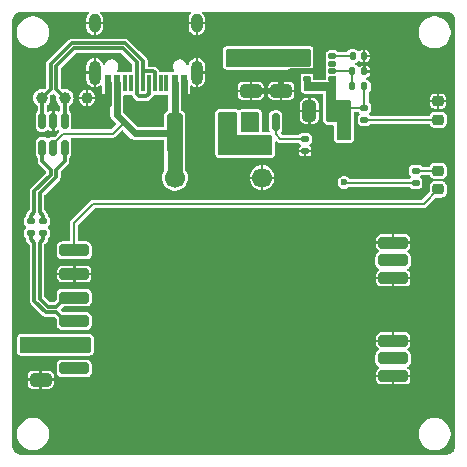
<source format=gbr>
%TF.GenerationSoftware,KiCad,Pcbnew,8.0.5*%
%TF.CreationDate,2024-12-24T21:51:09+03:00*%
%TF.ProjectId,BLR8812AF1 baseboard,424c5238-3831-4324-9146-312062617365,rev?*%
%TF.SameCoordinates,Original*%
%TF.FileFunction,Copper,L1,Top*%
%TF.FilePolarity,Positive*%
%FSLAX46Y46*%
G04 Gerber Fmt 4.6, Leading zero omitted, Abs format (unit mm)*
G04 Created by KiCad (PCBNEW 8.0.5) date 2024-12-24 21:51:09*
%MOMM*%
%LPD*%
G01*
G04 APERTURE LIST*
G04 Aperture macros list*
%AMRoundRect*
0 Rectangle with rounded corners*
0 $1 Rounding radius*
0 $2 $3 $4 $5 $6 $7 $8 $9 X,Y pos of 4 corners*
0 Add a 4 corners polygon primitive as box body*
4,1,4,$2,$3,$4,$5,$6,$7,$8,$9,$2,$3,0*
0 Add four circle primitives for the rounded corners*
1,1,$1+$1,$2,$3*
1,1,$1+$1,$4,$5*
1,1,$1+$1,$6,$7*
1,1,$1+$1,$8,$9*
0 Add four rect primitives between the rounded corners*
20,1,$1+$1,$2,$3,$4,$5,0*
20,1,$1+$1,$4,$5,$6,$7,0*
20,1,$1+$1,$6,$7,$8,$9,0*
20,1,$1+$1,$8,$9,$2,$3,0*%
G04 Aperture macros list end*
%TA.AperFunction,SMDPad,CuDef*%
%ADD10RoundRect,0.250000X-0.650000X0.325000X-0.650000X-0.325000X0.650000X-0.325000X0.650000X0.325000X0*%
%TD*%
%TA.AperFunction,SMDPad,CuDef*%
%ADD11RoundRect,0.125000X-0.187500X-0.125000X0.187500X-0.125000X0.187500X0.125000X-0.187500X0.125000X0*%
%TD*%
%TA.AperFunction,HeatsinkPad*%
%ADD12R,1.100000X1.900000*%
%TD*%
%TA.AperFunction,ComponentPad*%
%ADD13C,1.000000*%
%TD*%
%TA.AperFunction,SMDPad,CuDef*%
%ADD14RoundRect,0.140000X-0.140000X-0.170000X0.140000X-0.170000X0.140000X0.170000X-0.140000X0.170000X0*%
%TD*%
%TA.AperFunction,SMDPad,CuDef*%
%ADD15RoundRect,0.135000X-0.185000X0.135000X-0.185000X-0.135000X0.185000X-0.135000X0.185000X0.135000X0*%
%TD*%
%TA.AperFunction,SMDPad,CuDef*%
%ADD16RoundRect,0.218750X-0.256250X0.218750X-0.256250X-0.218750X0.256250X-0.218750X0.256250X0.218750X0*%
%TD*%
%TA.AperFunction,SMDPad,CuDef*%
%ADD17RoundRect,0.250000X-1.000000X-0.250000X1.000000X-0.250000X1.000000X0.250000X-1.000000X0.250000X0*%
%TD*%
%TA.AperFunction,SMDPad,CuDef*%
%ADD18RoundRect,0.250000X0.325000X0.650000X-0.325000X0.650000X-0.325000X-0.650000X0.325000X-0.650000X0*%
%TD*%
%TA.AperFunction,SMDPad,CuDef*%
%ADD19RoundRect,0.135000X-0.135000X-0.185000X0.135000X-0.185000X0.135000X0.185000X-0.135000X0.185000X0*%
%TD*%
%TA.AperFunction,SMDPad,CuDef*%
%ADD20RoundRect,0.250000X-0.400000X-1.450000X0.400000X-1.450000X0.400000X1.450000X-0.400000X1.450000X0*%
%TD*%
%TA.AperFunction,SMDPad,CuDef*%
%ADD21RoundRect,0.135000X0.185000X-0.135000X0.185000X0.135000X-0.185000X0.135000X-0.185000X-0.135000X0*%
%TD*%
%TA.AperFunction,ComponentPad*%
%ADD22C,1.700000*%
%TD*%
%TA.AperFunction,SMDPad,CuDef*%
%ADD23RoundRect,0.150000X-0.150000X0.587500X-0.150000X-0.587500X0.150000X-0.587500X0.150000X0.587500X0*%
%TD*%
%TA.AperFunction,SMDPad,CuDef*%
%ADD24R,0.600000X1.450000*%
%TD*%
%TA.AperFunction,SMDPad,CuDef*%
%ADD25R,0.300000X1.450000*%
%TD*%
%TA.AperFunction,ComponentPad*%
%ADD26O,1.000000X2.100000*%
%TD*%
%TA.AperFunction,ComponentPad*%
%ADD27O,1.000000X1.600000*%
%TD*%
%TA.AperFunction,SMDPad,CuDef*%
%ADD28RoundRect,0.218750X0.256250X-0.218750X0.256250X0.218750X-0.256250X0.218750X-0.256250X-0.218750X0*%
%TD*%
%TA.AperFunction,SMDPad,CuDef*%
%ADD29RoundRect,0.135000X0.135000X0.185000X-0.135000X0.185000X-0.135000X-0.185000X0.135000X-0.185000X0*%
%TD*%
%TA.AperFunction,SMDPad,CuDef*%
%ADD30RoundRect,0.150000X-0.150000X0.512500X-0.150000X-0.512500X0.150000X-0.512500X0.150000X0.512500X0*%
%TD*%
%TA.AperFunction,ViaPad*%
%ADD31C,0.600000*%
%TD*%
%TA.AperFunction,Conductor*%
%ADD32C,0.500000*%
%TD*%
%TA.AperFunction,Conductor*%
%ADD33C,0.600000*%
%TD*%
%TA.AperFunction,Conductor*%
%ADD34C,0.200000*%
%TD*%
%TA.AperFunction,Conductor*%
%ADD35C,1.300000*%
%TD*%
%TA.AperFunction,Conductor*%
%ADD36C,0.300000*%
%TD*%
G04 APERTURE END LIST*
D10*
%TO.P,C1,1*%
%TO.N,+3.3V*%
X53287600Y-54913800D03*
%TO.P,C1,2*%
%TO.N,GND*%
X53287600Y-57863800D03*
%TD*%
D11*
%TO.P,U3,1,EN*%
%TO.N,/Vin*%
X75871000Y-30466000D03*
%TO.P,U3,2,VIN*%
X75871000Y-31116000D03*
%TO.P,U3,3,GND*%
%TO.N,GND*%
X75871000Y-31766000D03*
%TO.P,U3,4,VOUT*%
%TO.N,+3.3V*%
X75871000Y-32416000D03*
%TO.P,U3,5,VOUT*%
X77996000Y-32416000D03*
%TO.P,U3,6,FB*%
%TO.N,Net-(U3-FB)*%
X77996000Y-31766000D03*
%TO.P,U3,7,PG*%
%TO.N,unconnected-(U3-PG-Pad7)*%
X77996000Y-31116000D03*
%TO.P,U3,8,SS/TR*%
%TO.N,Net-(U3-SS{slash}TR)*%
X77996000Y-30466000D03*
D12*
%TO.P,U3,9,GND*%
%TO.N,GND*%
X76933500Y-31441000D03*
%TD*%
D13*
%TO.P,X3,1,Pin_1*%
%TO.N,/DN*%
X53426000Y-34011400D03*
%TD*%
D14*
%TO.P,C5,1*%
%TO.N,Net-(U3-SS{slash}TR)*%
X79703500Y-30466000D03*
%TO.P,C5,2*%
%TO.N,GND*%
X80663500Y-30466000D03*
%TD*%
D15*
%TO.P,R1,1*%
%TO.N,/D1_P*%
X53516200Y-44448800D03*
%TO.P,R1,2*%
%TO.N,/D2_P*%
X53516200Y-45468800D03*
%TD*%
%TO.P,R2,1*%
%TO.N,/D1_N*%
X52456200Y-44448800D03*
%TO.P,R2,2*%
%TO.N,/D2_N*%
X52456200Y-45468800D03*
%TD*%
D16*
%TO.P,D2,1,K*%
%TO.N,GND*%
X86946000Y-34281000D03*
%TO.P,D2,2,A*%
%TO.N,Net-(D2-A)*%
X86946000Y-35856000D03*
%TD*%
D10*
%TO.P,C3,1*%
%TO.N,/Vin*%
X73671000Y-30466000D03*
%TO.P,C3,2*%
%TO.N,GND*%
X73671000Y-33416000D03*
%TD*%
D17*
%TO.P,U1,1,PDN*%
%TO.N,unconnected-(U1-PDN-Pad1)*%
X56146000Y-56916000D03*
%TO.P,U1,2,VDD*%
%TO.N,+3.3V*%
X56146000Y-54916000D03*
%TO.P,U1,3,DN*%
%TO.N,/D2_N*%
X56146000Y-52916000D03*
%TO.P,U1,4,DP*%
%TO.N,/D2_P*%
X56146000Y-50916000D03*
%TO.P,U1,5,GND*%
%TO.N,GND*%
X56146000Y-48916000D03*
%TO.P,U1,6,LED*%
%TO.N,Net-(D1-K)*%
X56146000Y-46916000D03*
%TO.P,U1,7,GND*%
%TO.N,GND*%
X83146000Y-46266000D03*
%TO.P,U1,8,NC*%
%TO.N,unconnected-(U1-NC-Pad8)*%
X83146000Y-47766000D03*
%TO.P,U1,9,GND*%
%TO.N,GND*%
X83146000Y-49266000D03*
%TO.P,U1,10,GND*%
X83146000Y-54566000D03*
%TO.P,U1,11,NC*%
%TO.N,unconnected-(U1-NC-Pad11)*%
X83146000Y-56066000D03*
%TO.P,U1,12,GND*%
%TO.N,GND*%
X83146000Y-57566000D03*
%TD*%
D18*
%TO.P,C4,1*%
%TO.N,+3.3V*%
X78996000Y-35116000D03*
%TO.P,C4,2*%
%TO.N,GND*%
X76046000Y-35116000D03*
%TD*%
D19*
%TO.P,R4,1*%
%TO.N,Net-(U3-FB)*%
X79693500Y-33041000D03*
%TO.P,R4,2*%
%TO.N,+3.3V*%
X80713500Y-33041000D03*
%TD*%
D15*
%TO.P,R3,1*%
%TO.N,Net-(D1-A)*%
X85046000Y-40178500D03*
%TO.P,R3,2*%
%TO.N,+3.3V*%
X85046000Y-41198500D03*
%TD*%
D20*
%TO.P,F1,1*%
%TO.N,+VBUS*%
X64646000Y-37016000D03*
%TO.P,F1,2*%
%TO.N,Net-(Q1-D)*%
X69096000Y-37016000D03*
%TD*%
D21*
%TO.P,R6,1*%
%TO.N,GND*%
X75690400Y-38496000D03*
%TO.P,R6,2*%
%TO.N,Net-(Q1-G)*%
X75690400Y-37476000D03*
%TD*%
D10*
%TO.P,C2,1*%
%TO.N,/Vin*%
X71096000Y-30466000D03*
%TO.P,C2,2*%
%TO.N,GND*%
X71096000Y-33416000D03*
%TD*%
D13*
%TO.P,X2,1,Pin_1*%
%TO.N,/DP*%
X55326000Y-34011400D03*
%TD*%
D22*
%TO.P,X4,1,Pin_1*%
%TO.N,+VBUS*%
X64646000Y-40766000D03*
%TD*%
D23*
%TO.P,Q1,1,G*%
%TO.N,Net-(Q1-G)*%
X73206000Y-36058500D03*
%TO.P,Q1,2,S*%
%TO.N,/Vin*%
X71306000Y-36058500D03*
%TO.P,Q1,3,D*%
%TO.N,Net-(Q1-D)*%
X72256000Y-37933500D03*
%TD*%
D24*
%TO.P,X1,A1B12,GND*%
%TO.N,GND*%
X65421000Y-32776000D03*
%TO.P,X1,A4B9,VBUS*%
%TO.N,+VBUS*%
X64646000Y-32776000D03*
D25*
%TO.P,X1,A5,CC1*%
%TO.N,unconnected-(X1-CC1-PadA5)*%
X63446000Y-32776000D03*
%TO.P,X1,A6,DP1*%
%TO.N,/DP*%
X62446000Y-32776000D03*
%TO.P,X1,A7,DN1*%
%TO.N,/DN*%
X61946000Y-32776000D03*
%TO.P,X1,A8,SBU1*%
%TO.N,unconnected-(X1-SBU1-PadA8)*%
X60946000Y-32776000D03*
D24*
%TO.P,X1,B1A12,GND*%
%TO.N,GND*%
X58971000Y-32776000D03*
%TO.P,X1,B4A9,VBUS*%
%TO.N,+VBUS*%
X59746000Y-32776000D03*
D25*
%TO.P,X1,B5,CC2*%
%TO.N,unconnected-(X1-CC2-PadB5)*%
X60446000Y-32776000D03*
%TO.P,X1,B6,DP2*%
%TO.N,/DP*%
X61446000Y-32776000D03*
%TO.P,X1,B7,DN2*%
%TO.N,/DN*%
X62946000Y-32776000D03*
%TO.P,X1,B8,SBU2*%
%TO.N,unconnected-(X1-SBU2-PadB8)*%
X63946000Y-32776000D03*
D26*
%TO.P,X1,SHIELD,SHIELD*%
%TO.N,GND*%
X66516000Y-31861000D03*
D27*
X66516000Y-27681000D03*
D26*
X57876000Y-31861000D03*
D27*
X57876000Y-27681000D03*
%TD*%
D28*
%TO.P,D1,1,K*%
%TO.N,Net-(D1-K)*%
X86946000Y-41753500D03*
%TO.P,D1,2,A*%
%TO.N,Net-(D1-A)*%
X86946000Y-40178500D03*
%TD*%
D29*
%TO.P,R7,1*%
%TO.N,GND*%
X80713500Y-31766000D03*
%TO.P,R7,2*%
%TO.N,Net-(U3-FB)*%
X79693500Y-31766000D03*
%TD*%
D13*
%TO.P,X5,1,Pin_1*%
%TO.N,GND*%
X57226000Y-34011400D03*
%TD*%
D22*
%TO.P,X6,1,Pin_1*%
%TO.N,GND*%
X72046000Y-40766000D03*
%TD*%
D30*
%TO.P,U2,1,I/O1*%
%TO.N,/DP*%
X55329800Y-35941800D03*
%TO.P,U2,2,GND*%
%TO.N,GND*%
X54379800Y-35941800D03*
%TO.P,U2,3,I/O2*%
%TO.N,/DN*%
X53429800Y-35941800D03*
%TO.P,U2,4,I/O2*%
%TO.N,/D1_N*%
X53429800Y-38216800D03*
%TO.P,U2,5,VBUS*%
%TO.N,+VBUS*%
X54379800Y-38216800D03*
%TO.P,U2,6,I/O1*%
%TO.N,/D1_P*%
X55329800Y-38216800D03*
%TD*%
D21*
%TO.P,R5,1*%
%TO.N,Net-(D2-A)*%
X80713500Y-35856000D03*
%TO.P,R5,2*%
%TO.N,+3.3V*%
X80713500Y-34836000D03*
%TD*%
D31*
%TO.N,GND*%
X69421000Y-54847750D03*
X61801000Y-62467750D03*
X66881000Y-39607750D03*
X69421000Y-49767750D03*
X77041000Y-44687750D03*
X71961000Y-62467750D03*
X58971000Y-33816000D03*
X87201000Y-52307750D03*
X56721000Y-62467750D03*
X54384600Y-37068900D03*
X56335600Y-36297400D03*
X82121000Y-52307750D03*
X66881000Y-37067750D03*
X84661000Y-62467750D03*
X87201000Y-54847750D03*
X64341000Y-62467750D03*
X71961000Y-31987750D03*
X64341000Y-59927750D03*
X84661000Y-34527750D03*
X84661000Y-37067750D03*
X69421000Y-52307750D03*
X69421000Y-42147750D03*
X71961000Y-59927750D03*
X77041000Y-37067750D03*
X77041000Y-42147750D03*
X76933500Y-32106400D03*
X61801000Y-59927750D03*
X60546000Y-34566000D03*
X82121000Y-62467750D03*
X82121000Y-37067750D03*
X79581000Y-59927750D03*
X74501000Y-59927750D03*
X51641000Y-42147750D03*
X74501000Y-42147750D03*
X51641000Y-59927750D03*
X87201000Y-44687750D03*
X59261000Y-42147750D03*
X56721000Y-39607750D03*
X69421000Y-39607750D03*
X77041000Y-47227750D03*
X87201000Y-49767750D03*
X69421000Y-59927750D03*
X84661000Y-59927750D03*
X64341000Y-54847750D03*
X63846000Y-34566000D03*
X66881000Y-44687750D03*
X61801000Y-42147750D03*
X61801000Y-44687750D03*
X51641000Y-49767750D03*
X51641000Y-37067750D03*
X59261000Y-62467750D03*
X74501000Y-39607750D03*
X84661000Y-31987750D03*
X51641000Y-52307750D03*
X87201000Y-37067750D03*
X51641000Y-47227750D03*
X64341000Y-44687750D03*
X71961000Y-54847750D03*
X66881000Y-49767750D03*
X77041000Y-49767750D03*
X61801000Y-39607750D03*
X69421000Y-47227750D03*
X66881000Y-54847750D03*
X77041000Y-39607750D03*
X51641000Y-34527750D03*
X56335600Y-37796000D03*
X54181000Y-47227750D03*
X74501000Y-54847750D03*
X66881000Y-29447750D03*
X65416000Y-34516000D03*
X76933500Y-31441000D03*
X61801000Y-52307750D03*
X59261000Y-59927750D03*
X71961000Y-49767750D03*
X61801000Y-54847750D03*
X61801000Y-34527750D03*
X76933500Y-30785600D03*
X58971000Y-34516000D03*
X84661000Y-42147750D03*
X66881000Y-59927750D03*
X77041000Y-62467750D03*
X64341000Y-52307750D03*
X74501000Y-47227750D03*
X59261000Y-49767750D03*
X59261000Y-47227750D03*
X59261000Y-54847750D03*
X82121000Y-39607750D03*
X74501000Y-44687750D03*
X84661000Y-44687750D03*
X64341000Y-47227750D03*
X79581000Y-57387750D03*
X51641000Y-31987750D03*
X59261000Y-44687750D03*
X77041000Y-52307750D03*
X56721000Y-42147750D03*
X61801000Y-47227750D03*
X87201000Y-31987750D03*
X56721000Y-59927750D03*
X87201000Y-57387750D03*
X69421000Y-62467750D03*
X74501000Y-52307750D03*
X66881000Y-47227750D03*
X66881000Y-52307750D03*
X82121000Y-42147750D03*
X59261000Y-52307750D03*
X87201000Y-59927750D03*
X64341000Y-29447750D03*
X77041000Y-59927750D03*
X79581000Y-29447750D03*
X69421000Y-44687750D03*
X66881000Y-62467750D03*
X54181000Y-49767750D03*
X82121000Y-34527750D03*
X84661000Y-29447750D03*
X74501000Y-62467750D03*
X84661000Y-52307750D03*
X61801000Y-49767750D03*
X65416000Y-33816000D03*
X62246000Y-36166000D03*
X66881000Y-34527750D03*
X71961000Y-52307750D03*
X77041000Y-29447750D03*
X74501000Y-49767750D03*
X79581000Y-62467750D03*
X82121000Y-29447750D03*
X54181000Y-59927750D03*
X54376000Y-34011400D03*
X82121000Y-59927750D03*
X71961000Y-44687750D03*
X87201000Y-47227750D03*
X82121000Y-31987750D03*
X66881000Y-42147750D03*
X51641000Y-39607750D03*
X82121000Y-44687750D03*
X64341000Y-49767750D03*
X59261000Y-39607750D03*
X56721000Y-31987750D03*
X71961000Y-47227750D03*
%TO.N,+3.3V*%
X78992400Y-36627600D03*
X78992400Y-37237200D03*
X78992400Y-41166000D03*
X51865200Y-55220400D03*
X51865200Y-54610800D03*
%TO.N,/Vin*%
X70610400Y-36576800D03*
X69492800Y-30938000D03*
X69492800Y-30328400D03*
X70610400Y-35560800D03*
X70610400Y-36068800D03*
%TD*%
D32*
%TO.N,GND*%
X73671000Y-32551000D02*
X74456000Y-31766000D01*
X73671000Y-33416000D02*
X71096000Y-33416000D01*
D33*
X65416000Y-32551000D02*
X65416000Y-33816000D01*
D34*
X76608500Y-31766000D02*
X76933500Y-31441000D01*
D33*
X65416000Y-33816000D02*
X65416000Y-34516000D01*
D32*
X75871000Y-31766000D02*
X76608500Y-31766000D01*
X73671000Y-33416000D02*
X73671000Y-32551000D01*
D33*
X58971000Y-32776000D02*
X58971000Y-34516000D01*
D32*
X74456000Y-31766000D02*
X75871000Y-31766000D01*
D34*
%TO.N,+3.3V*%
X80713500Y-34836000D02*
X79276000Y-34836000D01*
X79024900Y-41198500D02*
X78992400Y-41166000D01*
X79276000Y-34836000D02*
X78996000Y-35116000D01*
X80713500Y-34836000D02*
X80713500Y-33041000D01*
X78996000Y-37132000D02*
X78992400Y-37135600D01*
X85046000Y-41198500D02*
X79024900Y-41198500D01*
%TO.N,+VBUS*%
X59398000Y-37034000D02*
X60312000Y-36120000D01*
D35*
X64646000Y-40766000D02*
X64646000Y-37016000D01*
D34*
X55218000Y-37034000D02*
X59398000Y-37034000D01*
X54379800Y-38216800D02*
X54379800Y-37872200D01*
D33*
X59746000Y-32776000D02*
X59746000Y-35456000D01*
D34*
X54379800Y-37872200D02*
X55218000Y-37034000D01*
D33*
X64646000Y-32776000D02*
X64646000Y-37016000D01*
X59746000Y-35456000D02*
X61306000Y-37016000D01*
X61306000Y-37016000D02*
X64646000Y-37016000D01*
D34*
X60312000Y-36120000D02*
X59746000Y-35554000D01*
%TO.N,Net-(D1-A)*%
X85046000Y-40178500D02*
X86946000Y-40178500D01*
%TO.N,Net-(D2-A)*%
X80713500Y-35856000D02*
X86946000Y-35856000D01*
D36*
%TO.N,/D1_P*%
X53516200Y-43968799D02*
X53516200Y-44448800D01*
X54593300Y-40082000D02*
X54593300Y-40678436D01*
X54593300Y-40678436D02*
X53199700Y-42072036D01*
X53199700Y-42072036D02*
X53199700Y-43652299D01*
X55329800Y-39345500D02*
X54593300Y-40082000D01*
X55329800Y-38216800D02*
X55329800Y-39345500D01*
X53199700Y-43652299D02*
X53516200Y-43968799D01*
%TO.N,/D2_P*%
X53516200Y-45948801D02*
X53199700Y-46265301D01*
X53907036Y-51702500D02*
X54609500Y-51702500D01*
X53199700Y-46265301D02*
X53199700Y-50995164D01*
X53199700Y-50995164D02*
X53907036Y-51702500D01*
X53516200Y-45468800D02*
X53516200Y-45948801D01*
X54609500Y-51702500D02*
X55396000Y-50916000D01*
X55396000Y-50916000D02*
X56146000Y-50916000D01*
%TO.N,/D2_N*%
X55396000Y-52916000D02*
X56146000Y-52916000D01*
X52456200Y-45468800D02*
X52456200Y-45948801D01*
X54609500Y-52129500D02*
X55396000Y-52916000D01*
X52456200Y-45948801D02*
X52772700Y-46265301D01*
X53730164Y-52129500D02*
X54609500Y-52129500D01*
X52772700Y-51172036D02*
X53730164Y-52129500D01*
X52772700Y-46265301D02*
X52772700Y-51172036D01*
%TO.N,/DN*%
X62946000Y-31851000D02*
X62845800Y-31750800D01*
X61946000Y-32776000D02*
X61946000Y-30887064D01*
X53429800Y-34015200D02*
X53426000Y-34011400D01*
X62946000Y-32776000D02*
X62946000Y-31851000D01*
X61946000Y-30887064D02*
X60447373Y-29388437D01*
X53429800Y-35941800D02*
X53429800Y-34015200D01*
X54162500Y-31158164D02*
X54162500Y-33274900D01*
X62845800Y-31750800D02*
X61946000Y-31750800D01*
X55932227Y-29388437D02*
X54162500Y-31158164D01*
X61946000Y-31750800D02*
X61946000Y-32776000D01*
X60447373Y-29388437D02*
X55932227Y-29388437D01*
X54162500Y-33274900D02*
X53426000Y-34011400D01*
%TO.N,/DP*%
X60270501Y-29815437D02*
X56109099Y-29815437D01*
X55329800Y-35941800D02*
X55329800Y-34015200D01*
X61446000Y-32776000D02*
X61446000Y-33660800D01*
X61446000Y-33660800D02*
X61644200Y-33859000D01*
X55329800Y-34015200D02*
X55326000Y-34011400D01*
X61446000Y-30990936D02*
X60270501Y-29815437D01*
X56109099Y-29815437D02*
X54589500Y-31335036D01*
X54589500Y-31335036D02*
X54589500Y-33274900D01*
X54589500Y-33274900D02*
X55326000Y-34011400D01*
X61441000Y-32771000D02*
X61446000Y-32776000D01*
X61446000Y-32776000D02*
X61446000Y-30990936D01*
X62446000Y-33666800D02*
X62446000Y-32776000D01*
X62253800Y-33859000D02*
X62446000Y-33666800D01*
X61644200Y-33859000D02*
X62253800Y-33859000D01*
%TO.N,/D1_N*%
X53429800Y-39345500D02*
X54166300Y-40082000D01*
X54166300Y-40501564D02*
X52772700Y-41895164D01*
X54166300Y-40082000D02*
X54166300Y-40501564D01*
X52772700Y-43652299D02*
X52456200Y-43968799D01*
X52456200Y-43968799D02*
X52456200Y-44448800D01*
X53429800Y-38216800D02*
X53429800Y-39345500D01*
X52772700Y-41895164D02*
X52772700Y-43652299D01*
D34*
%TO.N,Net-(U3-SS{slash}TR)*%
X77996000Y-30466000D02*
X79703500Y-30466000D01*
%TO.N,Net-(Q1-G)*%
X75690400Y-37476000D02*
X73592400Y-37476000D01*
X73592400Y-37476000D02*
X73206000Y-37089600D01*
X73206000Y-37089600D02*
X73206000Y-36058500D01*
%TO.N,Net-(D1-K)*%
X57746000Y-42966000D02*
X56146000Y-44566000D01*
X85733500Y-42966000D02*
X57746000Y-42966000D01*
X86946000Y-41753500D02*
X85733500Y-42966000D01*
X56146000Y-44566000D02*
X56146000Y-46916000D01*
%TO.N,Net-(U3-FB)*%
X77996000Y-31766000D02*
X79693500Y-31766000D01*
X79693500Y-33041000D02*
X79693500Y-31766000D01*
%TD*%
%TA.AperFunction,Conductor*%
%TO.N,/Vin*%
G36*
X76067225Y-29887668D02*
G01*
X76110822Y-29899349D01*
X76132783Y-29912030D01*
X76159969Y-29939216D01*
X76172651Y-29961181D01*
X76184330Y-30004766D01*
X76186000Y-30017449D01*
X76186000Y-31234550D01*
X76184330Y-31247233D01*
X76172651Y-31290818D01*
X76159969Y-31312783D01*
X76132783Y-31339969D01*
X76110818Y-31352651D01*
X76087457Y-31358910D01*
X76067231Y-31364330D01*
X76054550Y-31366000D01*
X75556000Y-31366000D01*
X71346000Y-31366000D01*
X69089850Y-31366000D01*
X69077168Y-31364330D01*
X69033582Y-31352651D01*
X69011616Y-31339969D01*
X68984430Y-31312783D01*
X68971749Y-31290822D01*
X68960068Y-31247225D01*
X68958400Y-31234550D01*
X68958400Y-30017449D01*
X68960067Y-30004775D01*
X68971750Y-29961176D01*
X68984428Y-29939218D01*
X69011618Y-29912028D01*
X69033577Y-29899349D01*
X69077173Y-29887668D01*
X69089850Y-29886000D01*
X76054550Y-29886000D01*
X76067225Y-29887668D01*
G37*
%TD.AperFunction*%
%TD*%
%TA.AperFunction,Conductor*%
%TO.N,+3.3V*%
G36*
X76067225Y-32167668D02*
G01*
X76110822Y-32179349D01*
X76132783Y-32192030D01*
X76159969Y-32219216D01*
X76172651Y-32241181D01*
X76184330Y-32284766D01*
X76186000Y-32297449D01*
X76186000Y-32646000D01*
X77561000Y-32646000D01*
X77561003Y-32646000D01*
X77686000Y-32646000D01*
X77686000Y-32297449D01*
X77687667Y-32284775D01*
X77699350Y-32241176D01*
X77712028Y-32219218D01*
X77739218Y-32192028D01*
X77761177Y-32179349D01*
X77804773Y-32167668D01*
X77817450Y-32166000D01*
X78194550Y-32166000D01*
X78207225Y-32167668D01*
X78250822Y-32179349D01*
X78272783Y-32192030D01*
X78299969Y-32219216D01*
X78312651Y-32241181D01*
X78324330Y-32284766D01*
X78326000Y-32297449D01*
X78326000Y-34216000D01*
X79454550Y-34216000D01*
X79467225Y-34217668D01*
X79510822Y-34229349D01*
X79532783Y-34242030D01*
X79559969Y-34269216D01*
X79572651Y-34291181D01*
X79584330Y-34334766D01*
X79586000Y-34347449D01*
X79586000Y-36046000D01*
X77617450Y-36046000D01*
X77604768Y-36044330D01*
X77561182Y-36032651D01*
X77539216Y-36019969D01*
X77512030Y-35992783D01*
X77499349Y-35970822D01*
X77487668Y-35927225D01*
X77486000Y-35914550D01*
X77486000Y-33517954D01*
X77486000Y-33392728D01*
X77360772Y-33392956D01*
X77360769Y-33392956D01*
X75687687Y-33396015D01*
X75674986Y-33394364D01*
X75631334Y-33382738D01*
X75609329Y-33370069D01*
X75582088Y-33342878D01*
X75569379Y-33320897D01*
X75557672Y-33277261D01*
X75556000Y-33264569D01*
X75556000Y-32297449D01*
X75557667Y-32284775D01*
X75569350Y-32241176D01*
X75582028Y-32219218D01*
X75609218Y-32192028D01*
X75631177Y-32179349D01*
X75674773Y-32167668D01*
X75687450Y-32166000D01*
X76054550Y-32166000D01*
X76067225Y-32167668D01*
G37*
%TD.AperFunction*%
%TD*%
%TA.AperFunction,Conductor*%
%TO.N,GND*%
G36*
X77496000Y-32456000D02*
G01*
X76376000Y-32456000D01*
X76376000Y-29717400D01*
X77496000Y-29717400D01*
X77496000Y-32456000D01*
G37*
%TD.AperFunction*%
%TD*%
%TA.AperFunction,Conductor*%
%TO.N,+3.3V*%
G36*
X57445565Y-54259425D02*
G01*
X57459229Y-54263086D01*
X57518891Y-54299449D01*
X57546912Y-54350764D01*
X57550574Y-54364429D01*
X57554800Y-54396526D01*
X57554800Y-55434673D01*
X57550574Y-55466770D01*
X57546912Y-55480435D01*
X57510545Y-55540095D01*
X57459238Y-55568111D01*
X57445574Y-55571773D01*
X57413474Y-55576000D01*
X51650926Y-55576000D01*
X51618829Y-55571774D01*
X51605164Y-55568112D01*
X51545504Y-55531745D01*
X51517485Y-55480427D01*
X51513824Y-55466762D01*
X51509600Y-55434673D01*
X51509600Y-54396526D01*
X51513824Y-54364437D01*
X51517485Y-54350772D01*
X51553848Y-54291110D01*
X51605170Y-54263085D01*
X51612232Y-54261193D01*
X51618837Y-54259424D01*
X51650926Y-54255200D01*
X57413474Y-54255200D01*
X57445565Y-54259425D01*
G37*
%TD.AperFunction*%
%TD*%
%TA.AperFunction,Conductor*%
%TO.N,+3.3V*%
G36*
X79586000Y-37451473D02*
G01*
X79581774Y-37483570D01*
X79578112Y-37497235D01*
X79541745Y-37556895D01*
X79490438Y-37584911D01*
X79476774Y-37588573D01*
X79444674Y-37592800D01*
X78524126Y-37592800D01*
X78492029Y-37588574D01*
X78478364Y-37584912D01*
X78418704Y-37548545D01*
X78390685Y-37497227D01*
X78387024Y-37483562D01*
X78382800Y-37451473D01*
X78382800Y-36171002D01*
X78382800Y-36171000D01*
X78382800Y-36018000D01*
X79586000Y-36018000D01*
X79586000Y-37451473D01*
G37*
%TD.AperFunction*%
%TD*%
%TA.AperFunction,Conductor*%
%TO.N,/Vin*%
G36*
X71721839Y-35199485D02*
G01*
X71767594Y-35252289D01*
X71778800Y-35303800D01*
X71778800Y-36808400D01*
X71759115Y-36875439D01*
X71706311Y-36921194D01*
X71654800Y-36932400D01*
X70378800Y-36932400D01*
X70311761Y-36912715D01*
X70266006Y-36859911D01*
X70254800Y-36808400D01*
X70254800Y-35303800D01*
X70274485Y-35236761D01*
X70327289Y-35191006D01*
X70378800Y-35179800D01*
X71654800Y-35179800D01*
X71721839Y-35199485D01*
G37*
%TD.AperFunction*%
%TD*%
%TA.AperFunction,Conductor*%
%TO.N,Net-(Q1-D)*%
G36*
X69772565Y-35200225D02*
G01*
X69786229Y-35203886D01*
X69845891Y-35240249D01*
X69873912Y-35291564D01*
X69877574Y-35305229D01*
X69881800Y-35337326D01*
X69881800Y-37180000D01*
X72757274Y-37180000D01*
X72789365Y-37184225D01*
X72803029Y-37187886D01*
X72862691Y-37224249D01*
X72890712Y-37275564D01*
X72894374Y-37289229D01*
X72898600Y-37321326D01*
X72898600Y-38714673D01*
X72894374Y-38746770D01*
X72890712Y-38760435D01*
X72854345Y-38820095D01*
X72803038Y-38848111D01*
X72789374Y-38851773D01*
X72757274Y-38856000D01*
X68457326Y-38856000D01*
X68425229Y-38851774D01*
X68411564Y-38848112D01*
X68351904Y-38811745D01*
X68323885Y-38760427D01*
X68320224Y-38746762D01*
X68316000Y-38714673D01*
X68316000Y-35337326D01*
X68320224Y-35305237D01*
X68323885Y-35291572D01*
X68360248Y-35231910D01*
X68411570Y-35203885D01*
X68418632Y-35201993D01*
X68425237Y-35200224D01*
X68457326Y-35196000D01*
X69740474Y-35196000D01*
X69772565Y-35200225D01*
G37*
%TD.AperFunction*%
%TD*%
%TA.AperFunction,Conductor*%
%TO.N,GND*%
G36*
X60121791Y-30234844D02*
G01*
X60133604Y-30244933D01*
X61016504Y-31127832D01*
X61044281Y-31182349D01*
X61045500Y-31197836D01*
X61045500Y-31701500D01*
X61026593Y-31759691D01*
X60977093Y-31795655D01*
X60946500Y-31800500D01*
X60771320Y-31800500D01*
X60715313Y-31811641D01*
X60676687Y-31811641D01*
X60620679Y-31800500D01*
X60620674Y-31800500D01*
X60271326Y-31800500D01*
X60271325Y-31800500D01*
X60251453Y-31804453D01*
X60198260Y-31815034D01*
X60198258Y-31815034D01*
X60190315Y-31816615D01*
X60151685Y-31816615D01*
X60143741Y-31815034D01*
X60143740Y-31815034D01*
X60070674Y-31800500D01*
X59870938Y-31800500D01*
X59812747Y-31781593D01*
X59776783Y-31732093D01*
X59776783Y-31670907D01*
X59785202Y-31652000D01*
X59842279Y-31553139D01*
X59842279Y-31553137D01*
X59842281Y-31553135D01*
X59881500Y-31406766D01*
X59881500Y-31255234D01*
X59842281Y-31108865D01*
X59842279Y-31108861D01*
X59842279Y-31108860D01*
X59766518Y-30977639D01*
X59766516Y-30977637D01*
X59766515Y-30977635D01*
X59659365Y-30870485D01*
X59659362Y-30870483D01*
X59659360Y-30870481D01*
X59528138Y-30794720D01*
X59528140Y-30794720D01*
X59471347Y-30779503D01*
X59381766Y-30755500D01*
X59230234Y-30755500D01*
X59140652Y-30779503D01*
X59083860Y-30794720D01*
X58952639Y-30870481D01*
X58845481Y-30977639D01*
X58769720Y-31108861D01*
X58769718Y-31108865D01*
X58753221Y-31170433D01*
X58719897Y-31221747D01*
X58662775Y-31243673D01*
X58603675Y-31227837D01*
X58565170Y-31180287D01*
X58560497Y-31164122D01*
X58549099Y-31106819D01*
X58549098Y-31106816D01*
X58496333Y-30979428D01*
X58419728Y-30864779D01*
X58322220Y-30767271D01*
X58207571Y-30690666D01*
X58080182Y-30637901D01*
X57976000Y-30617177D01*
X57976000Y-31027211D01*
X57915496Y-31011000D01*
X57836504Y-31011000D01*
X57776000Y-31027211D01*
X57776000Y-30617177D01*
X57671817Y-30637901D01*
X57544428Y-30690666D01*
X57429779Y-30767271D01*
X57332271Y-30864779D01*
X57255666Y-30979428D01*
X57202901Y-31106816D01*
X57176000Y-31242055D01*
X57176000Y-31760999D01*
X57176001Y-31761000D01*
X57576000Y-31761000D01*
X57576000Y-31961000D01*
X57176001Y-31961000D01*
X57176000Y-31961001D01*
X57176000Y-32479944D01*
X57202901Y-32615183D01*
X57255666Y-32742571D01*
X57332271Y-32857220D01*
X57429779Y-32954728D01*
X57544428Y-33031333D01*
X57671817Y-33084098D01*
X57776000Y-33104822D01*
X57776000Y-32694788D01*
X57836504Y-32711000D01*
X57915496Y-32711000D01*
X57976000Y-32694788D01*
X57976000Y-33104821D01*
X58080181Y-33084098D01*
X58080183Y-33084098D01*
X58207571Y-33031333D01*
X58316999Y-32958217D01*
X58375887Y-32941609D01*
X58433291Y-32962787D01*
X58467283Y-33013661D01*
X58471000Y-33040533D01*
X58471000Y-33520700D01*
X58482603Y-33579036D01*
X58526806Y-33645189D01*
X58526810Y-33645193D01*
X58592963Y-33689396D01*
X58651299Y-33700999D01*
X58651303Y-33701000D01*
X58870999Y-33701000D01*
X58871000Y-33700999D01*
X58871000Y-32775000D01*
X58889907Y-32716809D01*
X58939407Y-32680845D01*
X58970000Y-32676000D01*
X58972000Y-32676000D01*
X59030191Y-32694907D01*
X59066155Y-32744407D01*
X59071000Y-32775000D01*
X59071000Y-33700999D01*
X59071001Y-33701000D01*
X59096500Y-33701000D01*
X59154691Y-33719907D01*
X59190655Y-33769407D01*
X59195500Y-33800000D01*
X59195500Y-35528476D01*
X59204161Y-35560797D01*
X59204161Y-35560800D01*
X59204162Y-35560800D01*
X59233016Y-35668485D01*
X59305490Y-35794015D01*
X59305492Y-35794017D01*
X59653892Y-36142418D01*
X59681669Y-36196934D01*
X59672098Y-36257366D01*
X59653892Y-36282424D01*
X59281815Y-36654503D01*
X59227298Y-36682281D01*
X59211811Y-36683500D01*
X55964904Y-36683500D01*
X55906713Y-36664593D01*
X55870749Y-36615093D01*
X55867123Y-36569014D01*
X55880300Y-36485819D01*
X55880299Y-35397782D01*
X55880299Y-35397781D01*
X55880299Y-35397778D01*
X55880298Y-35397776D01*
X55865447Y-35304000D01*
X55865446Y-35303998D01*
X55865446Y-35303996D01*
X55807850Y-35190958D01*
X55784892Y-35168000D01*
X55759296Y-35142403D01*
X55731519Y-35087886D01*
X55730300Y-35072400D01*
X55730300Y-34698433D01*
X55749207Y-34640242D01*
X55776629Y-34614607D01*
X55796890Y-34601877D01*
X55916477Y-34482290D01*
X56006456Y-34339090D01*
X56061774Y-34180999D01*
X56062311Y-34179465D01*
X56062314Y-34179453D01*
X56081249Y-34011404D01*
X56081249Y-34011395D01*
X56069982Y-33911400D01*
X56533000Y-33911400D01*
X56916331Y-33911400D01*
X56901000Y-33968613D01*
X56901000Y-34054187D01*
X56916331Y-34111400D01*
X56533001Y-34111400D01*
X56541349Y-34180149D01*
X56541351Y-34180158D01*
X56601626Y-34339090D01*
X56601628Y-34339093D01*
X56698194Y-34478994D01*
X56698199Y-34479000D01*
X56825431Y-34591718D01*
X56975952Y-34670717D01*
X56975955Y-34670718D01*
X57125999Y-34707701D01*
X57126000Y-34707701D01*
X57126000Y-34321069D01*
X57183213Y-34336400D01*
X57268787Y-34336400D01*
X57326000Y-34321069D01*
X57326000Y-34707701D01*
X57476044Y-34670718D01*
X57476047Y-34670717D01*
X57626568Y-34591718D01*
X57626569Y-34591718D01*
X57753800Y-34479000D01*
X57753805Y-34478994D01*
X57850371Y-34339093D01*
X57850373Y-34339090D01*
X57910648Y-34180158D01*
X57910650Y-34180149D01*
X57918999Y-34111400D01*
X57535669Y-34111400D01*
X57551000Y-34054187D01*
X57551000Y-33968613D01*
X57535669Y-33911400D01*
X57918999Y-33911400D01*
X57910650Y-33842650D01*
X57910648Y-33842641D01*
X57850373Y-33683709D01*
X57850371Y-33683706D01*
X57753805Y-33543805D01*
X57753800Y-33543799D01*
X57626568Y-33431081D01*
X57476046Y-33352082D01*
X57326000Y-33315098D01*
X57326000Y-33701730D01*
X57268787Y-33686400D01*
X57183213Y-33686400D01*
X57126000Y-33701730D01*
X57126000Y-33315098D01*
X56975953Y-33352082D01*
X56975952Y-33352082D01*
X56825431Y-33431081D01*
X56825430Y-33431081D01*
X56698199Y-33543799D01*
X56698194Y-33543805D01*
X56601628Y-33683706D01*
X56601626Y-33683709D01*
X56541351Y-33842641D01*
X56541349Y-33842650D01*
X56533000Y-33911400D01*
X56069982Y-33911400D01*
X56062314Y-33843346D01*
X56062311Y-33843334D01*
X56036792Y-33770407D01*
X56006456Y-33683710D01*
X56006453Y-33683706D01*
X55916479Y-33540513D01*
X55916478Y-33540512D01*
X55916477Y-33540510D01*
X55796890Y-33420923D01*
X55796887Y-33420921D01*
X55796886Y-33420920D01*
X55653691Y-33330944D01*
X55494065Y-33275088D01*
X55494053Y-33275085D01*
X55326004Y-33256151D01*
X55326003Y-33256151D01*
X55326001Y-33256151D01*
X55326000Y-33256151D01*
X55271972Y-33262238D01*
X55203644Y-33269937D01*
X55143702Y-33257663D01*
X55122556Y-33241563D01*
X55018996Y-33138003D01*
X54991219Y-33083486D01*
X54990000Y-33067999D01*
X54990000Y-31541936D01*
X55008907Y-31483745D01*
X55018996Y-31471932D01*
X56245995Y-30244933D01*
X56300512Y-30217156D01*
X56315999Y-30215937D01*
X60063600Y-30215937D01*
X60121791Y-30234844D01*
G37*
%TD.AperFunction*%
%TA.AperFunction,Conductor*%
G36*
X60771326Y-33751500D02*
G01*
X60980180Y-33751500D01*
X61038371Y-33770407D01*
X61069446Y-33809827D01*
X61069548Y-33809769D01*
X61069951Y-33810467D01*
X61071645Y-33812616D01*
X61072795Y-33815393D01*
X61125516Y-33906708D01*
X61125518Y-33906710D01*
X61125520Y-33906713D01*
X61398287Y-34179480D01*
X61398289Y-34179481D01*
X61398291Y-34179483D01*
X61489608Y-34232205D01*
X61489606Y-34232205D01*
X61489610Y-34232206D01*
X61489612Y-34232207D01*
X61591473Y-34259500D01*
X61591475Y-34259500D01*
X62306525Y-34259500D01*
X62306527Y-34259500D01*
X62408388Y-34232207D01*
X62408390Y-34232205D01*
X62408392Y-34232205D01*
X62499708Y-34179483D01*
X62499708Y-34179482D01*
X62499713Y-34179480D01*
X62766480Y-33912713D01*
X62819207Y-33821388D01*
X62819208Y-33821382D01*
X62821688Y-33815398D01*
X62823848Y-33816292D01*
X62851586Y-33773570D01*
X62908705Y-33751636D01*
X62913898Y-33751500D01*
X63120673Y-33751500D01*
X63120674Y-33751500D01*
X63176688Y-33740358D01*
X63215312Y-33740358D01*
X63271326Y-33751500D01*
X63271327Y-33751500D01*
X63620673Y-33751500D01*
X63620674Y-33751500D01*
X63676688Y-33740358D01*
X63715312Y-33740358D01*
X63771326Y-33751500D01*
X63996500Y-33751500D01*
X64054691Y-33770407D01*
X64090655Y-33819907D01*
X64095500Y-33850500D01*
X64095500Y-35019215D01*
X64076593Y-35077406D01*
X64031098Y-35111973D01*
X64003666Y-35122204D01*
X63888458Y-35208450D01*
X63888450Y-35208458D01*
X63802202Y-35323670D01*
X63751910Y-35458511D01*
X63751908Y-35458522D01*
X63745500Y-35518129D01*
X63745500Y-36366500D01*
X63726593Y-36424691D01*
X63677093Y-36460655D01*
X63646500Y-36465500D01*
X61575033Y-36465500D01*
X61516842Y-36446593D01*
X61505029Y-36436504D01*
X60325496Y-35256971D01*
X60297719Y-35202454D01*
X60296500Y-35186967D01*
X60296500Y-33850500D01*
X60315407Y-33792309D01*
X60364907Y-33756345D01*
X60395500Y-33751500D01*
X60620673Y-33751500D01*
X60620674Y-33751500D01*
X60676688Y-33740358D01*
X60715312Y-33740358D01*
X60771326Y-33751500D01*
G37*
%TD.AperFunction*%
%TA.AperFunction,Conductor*%
G36*
X76376000Y-32075567D02*
G01*
X76361545Y-32034725D01*
X76370788Y-31990310D01*
X76376000Y-31979131D01*
X76376000Y-32075567D01*
G37*
%TD.AperFunction*%
%TA.AperFunction,Conductor*%
G36*
X76376000Y-31552865D02*
G01*
X76370788Y-31541688D01*
X76363329Y-31480959D01*
X76376000Y-31452857D01*
X76376000Y-31552865D01*
G37*
%TD.AperFunction*%
%TA.AperFunction,Conductor*%
G36*
X57369734Y-26735407D02*
G01*
X57405698Y-26784907D01*
X57405698Y-26846093D01*
X57381547Y-26885504D01*
X57332271Y-26934779D01*
X57255666Y-27049428D01*
X57202901Y-27176816D01*
X57176000Y-27312055D01*
X57176000Y-27580999D01*
X57176001Y-27581000D01*
X57576000Y-27581000D01*
X57576000Y-27781000D01*
X57176001Y-27781000D01*
X57176000Y-27781001D01*
X57176000Y-28049944D01*
X57202901Y-28185183D01*
X57255666Y-28312571D01*
X57332271Y-28427220D01*
X57429779Y-28524728D01*
X57544428Y-28601333D01*
X57671817Y-28654098D01*
X57776000Y-28674822D01*
X57776000Y-28264788D01*
X57836504Y-28281000D01*
X57915496Y-28281000D01*
X57976000Y-28264788D01*
X57976000Y-28674821D01*
X58080181Y-28654098D01*
X58080183Y-28654098D01*
X58207571Y-28601333D01*
X58322220Y-28524728D01*
X58419728Y-28427220D01*
X58496333Y-28312571D01*
X58549098Y-28185183D01*
X58575999Y-28049944D01*
X58576000Y-28049942D01*
X58576000Y-27781001D01*
X58575999Y-27781000D01*
X58176000Y-27781000D01*
X58176000Y-27581000D01*
X58575999Y-27581000D01*
X58576000Y-27580999D01*
X58576000Y-27312057D01*
X58575999Y-27312055D01*
X58549098Y-27176816D01*
X58496333Y-27049428D01*
X58419728Y-26934779D01*
X58370453Y-26885504D01*
X58342676Y-26830987D01*
X58352247Y-26770555D01*
X58395512Y-26727290D01*
X58440457Y-26716500D01*
X65951543Y-26716500D01*
X66009734Y-26735407D01*
X66045698Y-26784907D01*
X66045698Y-26846093D01*
X66021547Y-26885504D01*
X65972271Y-26934779D01*
X65895666Y-27049428D01*
X65842901Y-27176816D01*
X65816000Y-27312055D01*
X65816000Y-27580999D01*
X65816001Y-27581000D01*
X66216000Y-27581000D01*
X66216000Y-27781000D01*
X65816001Y-27781000D01*
X65816000Y-27781001D01*
X65816000Y-28049944D01*
X65842901Y-28185183D01*
X65895666Y-28312571D01*
X65972271Y-28427220D01*
X66069779Y-28524728D01*
X66184428Y-28601333D01*
X66311817Y-28654098D01*
X66416000Y-28674822D01*
X66416000Y-28264788D01*
X66476504Y-28281000D01*
X66555496Y-28281000D01*
X66616000Y-28264788D01*
X66616000Y-28674821D01*
X66720181Y-28654098D01*
X66720183Y-28654098D01*
X66847571Y-28601333D01*
X66962220Y-28524728D01*
X67059728Y-28427220D01*
X67104837Y-28359709D01*
X85295500Y-28359709D01*
X85295500Y-28572290D01*
X85328752Y-28782238D01*
X85394443Y-28984412D01*
X85490948Y-29173815D01*
X85490950Y-29173819D01*
X85615891Y-29345786D01*
X85615893Y-29345788D01*
X85615896Y-29345792D01*
X85766208Y-29496104D01*
X85766211Y-29496106D01*
X85766213Y-29496108D01*
X85938180Y-29621049D01*
X85938184Y-29621051D01*
X86127588Y-29717557D01*
X86329757Y-29783246D01*
X86329758Y-29783246D01*
X86329761Y-29783247D01*
X86539710Y-29816500D01*
X86539713Y-29816500D01*
X86752290Y-29816500D01*
X86962238Y-29783247D01*
X86962239Y-29783246D01*
X86962243Y-29783246D01*
X87164412Y-29717557D01*
X87353816Y-29621051D01*
X87525792Y-29496104D01*
X87676104Y-29345792D01*
X87801051Y-29173816D01*
X87897557Y-28984412D01*
X87963246Y-28782243D01*
X87980260Y-28674821D01*
X87996500Y-28572290D01*
X87996500Y-28359709D01*
X87963247Y-28149761D01*
X87963246Y-28149757D01*
X87897557Y-27947588D01*
X87801051Y-27758184D01*
X87801049Y-27758180D01*
X87676108Y-27586213D01*
X87676106Y-27586211D01*
X87676104Y-27586208D01*
X87525792Y-27435896D01*
X87525788Y-27435893D01*
X87525786Y-27435891D01*
X87353819Y-27310950D01*
X87353815Y-27310948D01*
X87164412Y-27214443D01*
X86962238Y-27148752D01*
X86752290Y-27115500D01*
X86752287Y-27115500D01*
X86539713Y-27115500D01*
X86539710Y-27115500D01*
X86329761Y-27148752D01*
X86127587Y-27214443D01*
X85938184Y-27310948D01*
X85938180Y-27310950D01*
X85766213Y-27435891D01*
X85615891Y-27586213D01*
X85490950Y-27758180D01*
X85490948Y-27758184D01*
X85394443Y-27947587D01*
X85328752Y-28149761D01*
X85295500Y-28359709D01*
X67104837Y-28359709D01*
X67136333Y-28312571D01*
X67189098Y-28185183D01*
X67215999Y-28049944D01*
X67216000Y-28049942D01*
X67216000Y-27781001D01*
X67215999Y-27781000D01*
X66816000Y-27781000D01*
X66816000Y-27581000D01*
X67215999Y-27581000D01*
X67216000Y-27580999D01*
X67216000Y-27312057D01*
X67215999Y-27312055D01*
X67189098Y-27176816D01*
X67136333Y-27049428D01*
X67059728Y-26934779D01*
X67010453Y-26885504D01*
X66982676Y-26830987D01*
X66992247Y-26770555D01*
X67035512Y-26727290D01*
X67080457Y-26716500D01*
X87601830Y-26716500D01*
X87641140Y-26716500D01*
X87650843Y-26716977D01*
X87782514Y-26729945D01*
X87801549Y-26733731D01*
X87923495Y-26770723D01*
X87941412Y-26778144D01*
X88053811Y-26838223D01*
X88069934Y-26848997D01*
X88168443Y-26929840D01*
X88182159Y-26943556D01*
X88263000Y-27042063D01*
X88273778Y-27058191D01*
X88333852Y-27170580D01*
X88341279Y-27188511D01*
X88378268Y-27310450D01*
X88382054Y-27329484D01*
X88395023Y-27461155D01*
X88395500Y-27470859D01*
X88395500Y-63461140D01*
X88395023Y-63470844D01*
X88382054Y-63602515D01*
X88378268Y-63621549D01*
X88341279Y-63743488D01*
X88333852Y-63761419D01*
X88273780Y-63873805D01*
X88262998Y-63889940D01*
X88182163Y-63988439D01*
X88168439Y-64002163D01*
X88069940Y-64082998D01*
X88053805Y-64093780D01*
X87941419Y-64153852D01*
X87923488Y-64161279D01*
X87801549Y-64198268D01*
X87782515Y-64202054D01*
X87662223Y-64213902D01*
X87650842Y-64215023D01*
X87641140Y-64215500D01*
X51650860Y-64215500D01*
X51641157Y-64215023D01*
X51628395Y-64213766D01*
X51509484Y-64202054D01*
X51490450Y-64198268D01*
X51389443Y-64167628D01*
X51368509Y-64161278D01*
X51350582Y-64153853D01*
X51238191Y-64093778D01*
X51222063Y-64083000D01*
X51123556Y-64002159D01*
X51109840Y-63988443D01*
X51028997Y-63889934D01*
X51018223Y-63873811D01*
X50958144Y-63761412D01*
X50950723Y-63743495D01*
X50913731Y-63621549D01*
X50909945Y-63602514D01*
X50896977Y-63470843D01*
X50896500Y-63461140D01*
X50896500Y-62359709D01*
X51295500Y-62359709D01*
X51295500Y-62572290D01*
X51328752Y-62782238D01*
X51394443Y-62984412D01*
X51490948Y-63173815D01*
X51490950Y-63173819D01*
X51615891Y-63345786D01*
X51615893Y-63345788D01*
X51615896Y-63345792D01*
X51766208Y-63496104D01*
X51766211Y-63496106D01*
X51766213Y-63496108D01*
X51938180Y-63621049D01*
X51938184Y-63621051D01*
X52127588Y-63717557D01*
X52329757Y-63783246D01*
X52329758Y-63783246D01*
X52329761Y-63783247D01*
X52539710Y-63816500D01*
X52539713Y-63816500D01*
X52752290Y-63816500D01*
X52962238Y-63783247D01*
X52962239Y-63783246D01*
X52962243Y-63783246D01*
X53164412Y-63717557D01*
X53353816Y-63621051D01*
X53525792Y-63496104D01*
X53676104Y-63345792D01*
X53801051Y-63173816D01*
X53897557Y-62984412D01*
X53963246Y-62782243D01*
X53996500Y-62572287D01*
X53996500Y-62359713D01*
X53996500Y-62359709D01*
X85295500Y-62359709D01*
X85295500Y-62572290D01*
X85328752Y-62782238D01*
X85394443Y-62984412D01*
X85490948Y-63173815D01*
X85490950Y-63173819D01*
X85615891Y-63345786D01*
X85615893Y-63345788D01*
X85615896Y-63345792D01*
X85766208Y-63496104D01*
X85766211Y-63496106D01*
X85766213Y-63496108D01*
X85938180Y-63621049D01*
X85938184Y-63621051D01*
X86127588Y-63717557D01*
X86329757Y-63783246D01*
X86329758Y-63783246D01*
X86329761Y-63783247D01*
X86539710Y-63816500D01*
X86539713Y-63816500D01*
X86752290Y-63816500D01*
X86962238Y-63783247D01*
X86962239Y-63783246D01*
X86962243Y-63783246D01*
X87164412Y-63717557D01*
X87353816Y-63621051D01*
X87525792Y-63496104D01*
X87676104Y-63345792D01*
X87801051Y-63173816D01*
X87897557Y-62984412D01*
X87963246Y-62782243D01*
X87996500Y-62572287D01*
X87996500Y-62359713D01*
X87996500Y-62359709D01*
X87963247Y-62149761D01*
X87963246Y-62149757D01*
X87897557Y-61947588D01*
X87801051Y-61758184D01*
X87801049Y-61758180D01*
X87676108Y-61586213D01*
X87676106Y-61586211D01*
X87676104Y-61586208D01*
X87525792Y-61435896D01*
X87525788Y-61435893D01*
X87525786Y-61435891D01*
X87353819Y-61310950D01*
X87353815Y-61310948D01*
X87164412Y-61214443D01*
X86962238Y-61148752D01*
X86752290Y-61115500D01*
X86752287Y-61115500D01*
X86539713Y-61115500D01*
X86539710Y-61115500D01*
X86329761Y-61148752D01*
X86127587Y-61214443D01*
X85938184Y-61310948D01*
X85938180Y-61310950D01*
X85766213Y-61435891D01*
X85615891Y-61586213D01*
X85490950Y-61758180D01*
X85490948Y-61758184D01*
X85394443Y-61947587D01*
X85328752Y-62149761D01*
X85295500Y-62359709D01*
X53996500Y-62359709D01*
X53963247Y-62149761D01*
X53963246Y-62149757D01*
X53897557Y-61947588D01*
X53801051Y-61758184D01*
X53801049Y-61758180D01*
X53676108Y-61586213D01*
X53676106Y-61586211D01*
X53676104Y-61586208D01*
X53525792Y-61435896D01*
X53525788Y-61435893D01*
X53525786Y-61435891D01*
X53353819Y-61310950D01*
X53353815Y-61310948D01*
X53164412Y-61214443D01*
X52962238Y-61148752D01*
X52752290Y-61115500D01*
X52752287Y-61115500D01*
X52539713Y-61115500D01*
X52539710Y-61115500D01*
X52329761Y-61148752D01*
X52127587Y-61214443D01*
X51938184Y-61310948D01*
X51938180Y-61310950D01*
X51766213Y-61435891D01*
X51615891Y-61586213D01*
X51490950Y-61758180D01*
X51490948Y-61758184D01*
X51394443Y-61947587D01*
X51328752Y-62149761D01*
X51295500Y-62359709D01*
X50896500Y-62359709D01*
X50896500Y-57963801D01*
X52187601Y-57963801D01*
X52187601Y-58243003D01*
X52190450Y-58273400D01*
X52190450Y-58273402D01*
X52235254Y-58401447D01*
X52315807Y-58510590D01*
X52315809Y-58510592D01*
X52424952Y-58591145D01*
X52552998Y-58635949D01*
X52583389Y-58638799D01*
X53187598Y-58638799D01*
X53187600Y-58638798D01*
X53187600Y-57963801D01*
X53387600Y-57963801D01*
X53387600Y-58638798D01*
X53387601Y-58638799D01*
X53991803Y-58638799D01*
X54022200Y-58635949D01*
X54022202Y-58635949D01*
X54150247Y-58591145D01*
X54259390Y-58510592D01*
X54259392Y-58510590D01*
X54339945Y-58401447D01*
X54384749Y-58273401D01*
X54387599Y-58243011D01*
X54387600Y-58243010D01*
X54387600Y-57963801D01*
X54387599Y-57963800D01*
X53387601Y-57963800D01*
X53387600Y-57963801D01*
X53187600Y-57963801D01*
X53187599Y-57963800D01*
X52187602Y-57963800D01*
X52187601Y-57963801D01*
X50896500Y-57963801D01*
X50896500Y-57484588D01*
X52187600Y-57484588D01*
X52187600Y-57763799D01*
X52187601Y-57763800D01*
X53187599Y-57763800D01*
X53187600Y-57763799D01*
X53187600Y-57088801D01*
X53387600Y-57088801D01*
X53387600Y-57763799D01*
X53387601Y-57763800D01*
X54387598Y-57763800D01*
X54387599Y-57763799D01*
X54387599Y-57484596D01*
X54384749Y-57454199D01*
X54384749Y-57454197D01*
X54339945Y-57326152D01*
X54259392Y-57217009D01*
X54259390Y-57217007D01*
X54150247Y-57136454D01*
X54022201Y-57091650D01*
X53991811Y-57088800D01*
X53387601Y-57088800D01*
X53387600Y-57088801D01*
X53187600Y-57088801D01*
X53187599Y-57088800D01*
X52583396Y-57088800D01*
X52552999Y-57091650D01*
X52552997Y-57091650D01*
X52424952Y-57136454D01*
X52315809Y-57217007D01*
X52315807Y-57217009D01*
X52235254Y-57326152D01*
X52190450Y-57454198D01*
X52187600Y-57484588D01*
X50896500Y-57484588D01*
X50896500Y-56618129D01*
X54645500Y-56618129D01*
X54645500Y-57213866D01*
X54645501Y-57213870D01*
X54651908Y-57273480D01*
X54651909Y-57273485D01*
X54702202Y-57408329D01*
X54745374Y-57465999D01*
X54788454Y-57523546D01*
X54788457Y-57523548D01*
X54788458Y-57523549D01*
X54903670Y-57609797D01*
X55038511Y-57660089D01*
X55038512Y-57660089D01*
X55038517Y-57660091D01*
X55098127Y-57666500D01*
X57193872Y-57666499D01*
X57198505Y-57666001D01*
X81696001Y-57666001D01*
X81696001Y-57870203D01*
X81698850Y-57900600D01*
X81698850Y-57900602D01*
X81743654Y-58028647D01*
X81824207Y-58137790D01*
X81824209Y-58137792D01*
X81933352Y-58218345D01*
X82061398Y-58263149D01*
X82091789Y-58265999D01*
X83045998Y-58265999D01*
X83046000Y-58265998D01*
X83046000Y-57666001D01*
X83246000Y-57666001D01*
X83246000Y-58265998D01*
X83246001Y-58265999D01*
X84200203Y-58265999D01*
X84230600Y-58263149D01*
X84230602Y-58263149D01*
X84358647Y-58218345D01*
X84467790Y-58137792D01*
X84467792Y-58137790D01*
X84548345Y-58028647D01*
X84593149Y-57900601D01*
X84595999Y-57870211D01*
X84596000Y-57870210D01*
X84596000Y-57666001D01*
X84595999Y-57666000D01*
X83246001Y-57666000D01*
X83246000Y-57666001D01*
X83046000Y-57666001D01*
X83045999Y-57666000D01*
X81696002Y-57666000D01*
X81696001Y-57666001D01*
X57198505Y-57666001D01*
X57253483Y-57660091D01*
X57320907Y-57634943D01*
X57388329Y-57609797D01*
X57388329Y-57609796D01*
X57388331Y-57609796D01*
X57503546Y-57523546D01*
X57589796Y-57408331D01*
X57640091Y-57273483D01*
X57646500Y-57213873D01*
X57646499Y-56618128D01*
X57640091Y-56558517D01*
X57640021Y-56558329D01*
X57589797Y-56423670D01*
X57503549Y-56308458D01*
X57503548Y-56308457D01*
X57503546Y-56308454D01*
X57503541Y-56308450D01*
X57388329Y-56222202D01*
X57253488Y-56171910D01*
X57253483Y-56171909D01*
X57253481Y-56171908D01*
X57253477Y-56171908D01*
X57222249Y-56168550D01*
X57193873Y-56165500D01*
X57193870Y-56165500D01*
X55098133Y-56165500D01*
X55098129Y-56165500D01*
X55098128Y-56165501D01*
X55090949Y-56166272D01*
X55038519Y-56171908D01*
X55038514Y-56171909D01*
X54903670Y-56222202D01*
X54788458Y-56308450D01*
X54788450Y-56308458D01*
X54702202Y-56423670D01*
X54651910Y-56558511D01*
X54651908Y-56558522D01*
X54645500Y-56618129D01*
X50896500Y-56618129D01*
X50896500Y-54396523D01*
X51254100Y-54396523D01*
X51254100Y-55434675D01*
X51256285Y-55468020D01*
X51256286Y-55468036D01*
X51260506Y-55500088D01*
X51260509Y-55500107D01*
X51267026Y-55532874D01*
X51267028Y-55532881D01*
X51270690Y-55546550D01*
X51293235Y-55602870D01*
X51321252Y-55654185D01*
X51321254Y-55654189D01*
X51339153Y-55682409D01*
X51339154Y-55682410D01*
X51412518Y-55749908D01*
X51472178Y-55786275D01*
X51539028Y-55814904D01*
X51552693Y-55818566D01*
X51585477Y-55825088D01*
X51617574Y-55829314D01*
X51650926Y-55831500D01*
X57413474Y-55831500D01*
X57446831Y-55829313D01*
X57478931Y-55825086D01*
X57511715Y-55818564D01*
X57511734Y-55818558D01*
X57511738Y-55818558D01*
X57515188Y-55817633D01*
X57525379Y-55814902D01*
X57581687Y-55792358D01*
X57626059Y-55768129D01*
X81645500Y-55768129D01*
X81645500Y-56363866D01*
X81645501Y-56363870D01*
X81651908Y-56423480D01*
X81651909Y-56423485D01*
X81702202Y-56558329D01*
X81788450Y-56673541D01*
X81788454Y-56673546D01*
X81903669Y-56759796D01*
X81903674Y-56759797D01*
X81904325Y-56760154D01*
X81904754Y-56760608D01*
X81909338Y-56764040D01*
X81908744Y-56764832D01*
X81946339Y-56804633D01*
X81954185Y-56865314D01*
X81924866Y-56919017D01*
X81915674Y-56926702D01*
X81824209Y-56994207D01*
X81824207Y-56994209D01*
X81743654Y-57103352D01*
X81698850Y-57231398D01*
X81696000Y-57261788D01*
X81696000Y-57465999D01*
X81696001Y-57466000D01*
X84595998Y-57466000D01*
X84595999Y-57465999D01*
X84595999Y-57261796D01*
X84593149Y-57231399D01*
X84593149Y-57231397D01*
X84548345Y-57103352D01*
X84467792Y-56994209D01*
X84467790Y-56994207D01*
X84376325Y-56926702D01*
X84340733Y-56876934D01*
X84341191Y-56815750D01*
X84377524Y-56766521D01*
X84387679Y-56760151D01*
X84388323Y-56759798D01*
X84388331Y-56759796D01*
X84503546Y-56673546D01*
X84589796Y-56558331D01*
X84640091Y-56423483D01*
X84646500Y-56363873D01*
X84646499Y-55768128D01*
X84640091Y-55708517D01*
X84630354Y-55682410D01*
X84589797Y-55573670D01*
X84503549Y-55458458D01*
X84503548Y-55458457D01*
X84503546Y-55458454D01*
X84471781Y-55434675D01*
X84388331Y-55372204D01*
X84387670Y-55371843D01*
X84387237Y-55371385D01*
X84382662Y-55367960D01*
X84383254Y-55367168D01*
X84345657Y-55327361D01*
X84337815Y-55266680D01*
X84367137Y-55212979D01*
X84376326Y-55205297D01*
X84467787Y-55137795D01*
X84467792Y-55137790D01*
X84548345Y-55028647D01*
X84593149Y-54900601D01*
X84595999Y-54870211D01*
X84596000Y-54870210D01*
X84596000Y-54666001D01*
X84595999Y-54666000D01*
X81696002Y-54666000D01*
X81696001Y-54666001D01*
X81696001Y-54870203D01*
X81698850Y-54900600D01*
X81698850Y-54900602D01*
X81743654Y-55028647D01*
X81824207Y-55137790D01*
X81824209Y-55137792D01*
X81915674Y-55205297D01*
X81951266Y-55255065D01*
X81950808Y-55316249D01*
X81914475Y-55365478D01*
X81904335Y-55371840D01*
X81903669Y-55372203D01*
X81788458Y-55458450D01*
X81788450Y-55458458D01*
X81702202Y-55573670D01*
X81651910Y-55708511D01*
X81651908Y-55708522D01*
X81645500Y-55768129D01*
X57626059Y-55768129D01*
X57632994Y-55764342D01*
X57661210Y-55746445D01*
X57728708Y-55673081D01*
X57765075Y-55613421D01*
X57793704Y-55546571D01*
X57797366Y-55532906D01*
X57803888Y-55500122D01*
X57808114Y-55468025D01*
X57810300Y-55434673D01*
X57810300Y-54396526D01*
X57808114Y-54363174D01*
X57803888Y-54331077D01*
X57797366Y-54298293D01*
X57793704Y-54284628D01*
X57784559Y-54261788D01*
X81696000Y-54261788D01*
X81696000Y-54465999D01*
X81696001Y-54466000D01*
X83045999Y-54466000D01*
X83046000Y-54465999D01*
X83046000Y-53866001D01*
X83246000Y-53866001D01*
X83246000Y-54465999D01*
X83246001Y-54466000D01*
X84595998Y-54466000D01*
X84595999Y-54465999D01*
X84595999Y-54261796D01*
X84593149Y-54231399D01*
X84593149Y-54231397D01*
X84548345Y-54103352D01*
X84467792Y-53994209D01*
X84467790Y-53994207D01*
X84358647Y-53913654D01*
X84230601Y-53868850D01*
X84200211Y-53866000D01*
X83246001Y-53866000D01*
X83246000Y-53866001D01*
X83046000Y-53866001D01*
X83045999Y-53866000D01*
X82091796Y-53866000D01*
X82061399Y-53868850D01*
X82061397Y-53868850D01*
X81933352Y-53913654D01*
X81824209Y-53994207D01*
X81824207Y-53994209D01*
X81743654Y-54103352D01*
X81698850Y-54231398D01*
X81696000Y-54261788D01*
X57784559Y-54261788D01*
X57771160Y-54228320D01*
X57771159Y-54228318D01*
X57771157Y-54228313D01*
X57743136Y-54176998D01*
X57725232Y-54148771D01*
X57725229Y-54148768D01*
X57651864Y-54081278D01*
X57592209Y-54044919D01*
X57592203Y-54044916D01*
X57592201Y-54044915D01*
X57525353Y-54016291D01*
X57525349Y-54016290D01*
X57525339Y-54016286D01*
X57511702Y-54012633D01*
X57511681Y-54012628D01*
X57478903Y-54006108D01*
X57448671Y-54002129D01*
X57446825Y-54001886D01*
X57446818Y-54001885D01*
X57446813Y-54001885D01*
X57413474Y-53999700D01*
X51650926Y-53999700D01*
X51650923Y-53999700D01*
X51617578Y-54001885D01*
X51617566Y-54001886D01*
X51585493Y-54006108D01*
X51552741Y-54012621D01*
X51552738Y-54012621D01*
X51552737Y-54012622D01*
X51546132Y-54014391D01*
X51546118Y-54014394D01*
X51546100Y-54014400D01*
X51546099Y-54014399D01*
X51539057Y-54016286D01*
X51539045Y-54016290D01*
X51482722Y-54038837D01*
X51482712Y-54038842D01*
X51431399Y-54066862D01*
X51403167Y-54084771D01*
X51335677Y-54158136D01*
X51299314Y-54217799D01*
X51299313Y-54217801D01*
X51270688Y-54284656D01*
X51270683Y-54284668D01*
X51267035Y-54298284D01*
X51267026Y-54298324D01*
X51260509Y-54331091D01*
X51260506Y-54331110D01*
X51256286Y-54363162D01*
X51256285Y-54363178D01*
X51254100Y-54396523D01*
X50896500Y-54396523D01*
X50896500Y-44277218D01*
X51885700Y-44277218D01*
X51885700Y-44620382D01*
X51896618Y-44695318D01*
X51953124Y-44810902D01*
X52031020Y-44888798D01*
X52058796Y-44943313D01*
X52049225Y-45003745D01*
X52031021Y-45028800D01*
X51953124Y-45106698D01*
X51953123Y-45106699D01*
X51926200Y-45161771D01*
X51896618Y-45222282D01*
X51885700Y-45297218D01*
X51885700Y-45640382D01*
X51896618Y-45715318D01*
X51953124Y-45830902D01*
X52026705Y-45904483D01*
X52054481Y-45958998D01*
X52055700Y-45974484D01*
X52055700Y-46001528D01*
X52055701Y-46001530D01*
X52082994Y-46103393D01*
X52135716Y-46194709D01*
X52135718Y-46194711D01*
X52135720Y-46194714D01*
X52249464Y-46308458D01*
X52343203Y-46402196D01*
X52370981Y-46456713D01*
X52372200Y-46472200D01*
X52372200Y-51119309D01*
X52372200Y-51224763D01*
X52385126Y-51273003D01*
X52399494Y-51326628D01*
X52452216Y-51417944D01*
X52452218Y-51417946D01*
X52452220Y-51417949D01*
X53409682Y-52375410D01*
X53409684Y-52375413D01*
X53484251Y-52449980D01*
X53484253Y-52449981D01*
X53575573Y-52502705D01*
X53575577Y-52502707D01*
X53677434Y-52530000D01*
X53677436Y-52530001D01*
X53677437Y-52530001D01*
X53788954Y-52530001D01*
X53788970Y-52530000D01*
X54402599Y-52530000D01*
X54460790Y-52548907D01*
X54472603Y-52558996D01*
X54616504Y-52702897D01*
X54644281Y-52757414D01*
X54645500Y-52772901D01*
X54645500Y-53213866D01*
X54645501Y-53213870D01*
X54651908Y-53273480D01*
X54651909Y-53273485D01*
X54702202Y-53408329D01*
X54788450Y-53523541D01*
X54788454Y-53523546D01*
X54788457Y-53523548D01*
X54788458Y-53523549D01*
X54903670Y-53609797D01*
X55038511Y-53660089D01*
X55038512Y-53660089D01*
X55038517Y-53660091D01*
X55098127Y-53666500D01*
X57193872Y-53666499D01*
X57253483Y-53660091D01*
X57320907Y-53634943D01*
X57388329Y-53609797D01*
X57388329Y-53609796D01*
X57388331Y-53609796D01*
X57503546Y-53523546D01*
X57589796Y-53408331D01*
X57640091Y-53273483D01*
X57646500Y-53213873D01*
X57646499Y-52618128D01*
X57640091Y-52558517D01*
X57629455Y-52530000D01*
X57589797Y-52423670D01*
X57503549Y-52308458D01*
X57503548Y-52308457D01*
X57503546Y-52308454D01*
X57503541Y-52308450D01*
X57388329Y-52222202D01*
X57253488Y-52171910D01*
X57253483Y-52171909D01*
X57253481Y-52171908D01*
X57253477Y-52171908D01*
X57222249Y-52168550D01*
X57193873Y-52165500D01*
X57193870Y-52165500D01*
X55252901Y-52165500D01*
X55194710Y-52146593D01*
X55182897Y-52136504D01*
X55032396Y-51986003D01*
X55004619Y-51931486D01*
X55014190Y-51871054D01*
X55032391Y-51846001D01*
X55182898Y-51695493D01*
X55237413Y-51667718D01*
X55252900Y-51666499D01*
X57193867Y-51666499D01*
X57193872Y-51666499D01*
X57253483Y-51660091D01*
X57320907Y-51634943D01*
X57388329Y-51609797D01*
X57388329Y-51609796D01*
X57388331Y-51609796D01*
X57503546Y-51523546D01*
X57589796Y-51408331D01*
X57640091Y-51273483D01*
X57646500Y-51213873D01*
X57646499Y-50618128D01*
X57640091Y-50558517D01*
X57640089Y-50558511D01*
X57589797Y-50423670D01*
X57503549Y-50308458D01*
X57503548Y-50308457D01*
X57503546Y-50308454D01*
X57503541Y-50308450D01*
X57388329Y-50222202D01*
X57253488Y-50171910D01*
X57253483Y-50171909D01*
X57253481Y-50171908D01*
X57253477Y-50171908D01*
X57222249Y-50168550D01*
X57193873Y-50165500D01*
X57193870Y-50165500D01*
X55098133Y-50165500D01*
X55098129Y-50165500D01*
X55098128Y-50165501D01*
X55090949Y-50166272D01*
X55038519Y-50171908D01*
X55038514Y-50171909D01*
X54903670Y-50222202D01*
X54788458Y-50308450D01*
X54788450Y-50308458D01*
X54702202Y-50423670D01*
X54651910Y-50558511D01*
X54651908Y-50558522D01*
X54645500Y-50618129D01*
X54645500Y-51059099D01*
X54626593Y-51117290D01*
X54616504Y-51129102D01*
X54472604Y-51273003D01*
X54418087Y-51300781D01*
X54402600Y-51302000D01*
X54113937Y-51302000D01*
X54055746Y-51283093D01*
X54043933Y-51273004D01*
X53629196Y-50858267D01*
X53601419Y-50803750D01*
X53600200Y-50788263D01*
X53600200Y-49016001D01*
X54696001Y-49016001D01*
X54696001Y-49220203D01*
X54698850Y-49250600D01*
X54698850Y-49250602D01*
X54743654Y-49378647D01*
X54824207Y-49487790D01*
X54824209Y-49487792D01*
X54933352Y-49568345D01*
X55061398Y-49613149D01*
X55091789Y-49615999D01*
X56045998Y-49615999D01*
X56046000Y-49615998D01*
X56046000Y-49016001D01*
X56246000Y-49016001D01*
X56246000Y-49615998D01*
X56246001Y-49615999D01*
X57200203Y-49615999D01*
X57230600Y-49613149D01*
X57230602Y-49613149D01*
X57358647Y-49568345D01*
X57467790Y-49487792D01*
X57467792Y-49487790D01*
X57548345Y-49378647D01*
X57552770Y-49366001D01*
X81696001Y-49366001D01*
X81696001Y-49570203D01*
X81698850Y-49600600D01*
X81698850Y-49600602D01*
X81743654Y-49728647D01*
X81824207Y-49837790D01*
X81824209Y-49837792D01*
X81933352Y-49918345D01*
X82061398Y-49963149D01*
X82091789Y-49965999D01*
X83045998Y-49965999D01*
X83046000Y-49965998D01*
X83046000Y-49366001D01*
X83246000Y-49366001D01*
X83246000Y-49965998D01*
X83246001Y-49965999D01*
X84200203Y-49965999D01*
X84230600Y-49963149D01*
X84230602Y-49963149D01*
X84358647Y-49918345D01*
X84467790Y-49837792D01*
X84467792Y-49837790D01*
X84548345Y-49728647D01*
X84593149Y-49600601D01*
X84595999Y-49570211D01*
X84596000Y-49570210D01*
X84596000Y-49366001D01*
X84595999Y-49366000D01*
X83246001Y-49366000D01*
X83246000Y-49366001D01*
X83046000Y-49366001D01*
X83045999Y-49366000D01*
X81696002Y-49366000D01*
X81696001Y-49366001D01*
X57552770Y-49366001D01*
X57593149Y-49250601D01*
X57595999Y-49220211D01*
X57596000Y-49220210D01*
X57596000Y-49016001D01*
X57595999Y-49016000D01*
X56246001Y-49016000D01*
X56246000Y-49016001D01*
X56046000Y-49016001D01*
X56045999Y-49016000D01*
X54696002Y-49016000D01*
X54696001Y-49016001D01*
X53600200Y-49016001D01*
X53600200Y-48611788D01*
X54696000Y-48611788D01*
X54696000Y-48815999D01*
X54696001Y-48816000D01*
X56045999Y-48816000D01*
X56046000Y-48815999D01*
X56046000Y-48216001D01*
X56246000Y-48216001D01*
X56246000Y-48815999D01*
X56246001Y-48816000D01*
X57595998Y-48816000D01*
X57595999Y-48815999D01*
X57595999Y-48611796D01*
X57593149Y-48581399D01*
X57593149Y-48581397D01*
X57548345Y-48453352D01*
X57467792Y-48344209D01*
X57467790Y-48344207D01*
X57358647Y-48263654D01*
X57230601Y-48218850D01*
X57200211Y-48216000D01*
X56246001Y-48216000D01*
X56246000Y-48216001D01*
X56046000Y-48216001D01*
X56045999Y-48216000D01*
X55091796Y-48216000D01*
X55061399Y-48218850D01*
X55061397Y-48218850D01*
X54933352Y-48263654D01*
X54824209Y-48344207D01*
X54824207Y-48344209D01*
X54743654Y-48453352D01*
X54698850Y-48581398D01*
X54696000Y-48611788D01*
X53600200Y-48611788D01*
X53600200Y-46618129D01*
X54645500Y-46618129D01*
X54645500Y-47213866D01*
X54645501Y-47213870D01*
X54651908Y-47273480D01*
X54651909Y-47273485D01*
X54702202Y-47408329D01*
X54788450Y-47523541D01*
X54788454Y-47523546D01*
X54788457Y-47523548D01*
X54788458Y-47523549D01*
X54903670Y-47609797D01*
X55038511Y-47660089D01*
X55038512Y-47660089D01*
X55038517Y-47660091D01*
X55098127Y-47666500D01*
X57193872Y-47666499D01*
X57253483Y-47660091D01*
X57320907Y-47634943D01*
X57388329Y-47609797D01*
X57388329Y-47609796D01*
X57388331Y-47609796D01*
X57503546Y-47523546D01*
X57545031Y-47468129D01*
X81645500Y-47468129D01*
X81645500Y-48063866D01*
X81645501Y-48063870D01*
X81651908Y-48123480D01*
X81651909Y-48123485D01*
X81702202Y-48258329D01*
X81766492Y-48344209D01*
X81788454Y-48373546D01*
X81903669Y-48459796D01*
X81903674Y-48459797D01*
X81904325Y-48460154D01*
X81904754Y-48460608D01*
X81909338Y-48464040D01*
X81908744Y-48464832D01*
X81946339Y-48504633D01*
X81954185Y-48565314D01*
X81924866Y-48619017D01*
X81915674Y-48626702D01*
X81824209Y-48694207D01*
X81824207Y-48694209D01*
X81743654Y-48803352D01*
X81698850Y-48931398D01*
X81696000Y-48961788D01*
X81696000Y-49165999D01*
X81696001Y-49166000D01*
X84595998Y-49166000D01*
X84595999Y-49165999D01*
X84595999Y-48961796D01*
X84593149Y-48931399D01*
X84593149Y-48931397D01*
X84548345Y-48803352D01*
X84467792Y-48694209D01*
X84467790Y-48694207D01*
X84376325Y-48626702D01*
X84340733Y-48576934D01*
X84341191Y-48515750D01*
X84377524Y-48466521D01*
X84387679Y-48460151D01*
X84388323Y-48459798D01*
X84388331Y-48459796D01*
X84503546Y-48373546D01*
X84589796Y-48258331D01*
X84604522Y-48218850D01*
X84640089Y-48123488D01*
X84640090Y-48123485D01*
X84640091Y-48123483D01*
X84646500Y-48063873D01*
X84646499Y-47468128D01*
X84640091Y-47408517D01*
X84640021Y-47408329D01*
X84589797Y-47273670D01*
X84503549Y-47158458D01*
X84503548Y-47158457D01*
X84503546Y-47158454D01*
X84388331Y-47072204D01*
X84387670Y-47071843D01*
X84387237Y-47071385D01*
X84382662Y-47067960D01*
X84383254Y-47067168D01*
X84345657Y-47027361D01*
X84337815Y-46966680D01*
X84367137Y-46912979D01*
X84376326Y-46905297D01*
X84467787Y-46837795D01*
X84467792Y-46837790D01*
X84548345Y-46728647D01*
X84593149Y-46600601D01*
X84595999Y-46570211D01*
X84596000Y-46570210D01*
X84596000Y-46366001D01*
X84595999Y-46366000D01*
X81696002Y-46366000D01*
X81696001Y-46366001D01*
X81696001Y-46570203D01*
X81698850Y-46600600D01*
X81698850Y-46600602D01*
X81743654Y-46728647D01*
X81824207Y-46837790D01*
X81824209Y-46837792D01*
X81915674Y-46905297D01*
X81951266Y-46955065D01*
X81950808Y-47016249D01*
X81914475Y-47065478D01*
X81904335Y-47071840D01*
X81903669Y-47072203D01*
X81788458Y-47158450D01*
X81788450Y-47158458D01*
X81702202Y-47273670D01*
X81651910Y-47408511D01*
X81651908Y-47408522D01*
X81645500Y-47468129D01*
X57545031Y-47468129D01*
X57589796Y-47408331D01*
X57640091Y-47273483D01*
X57646500Y-47213873D01*
X57646499Y-46618128D01*
X57640091Y-46558517D01*
X57640089Y-46558511D01*
X57589797Y-46423670D01*
X57503549Y-46308458D01*
X57503548Y-46308457D01*
X57503546Y-46308454D01*
X57503541Y-46308450D01*
X57388329Y-46222202D01*
X57253488Y-46171910D01*
X57253483Y-46171909D01*
X57253481Y-46171908D01*
X57253477Y-46171908D01*
X57222249Y-46168550D01*
X57193873Y-46165500D01*
X57193870Y-46165500D01*
X56595500Y-46165500D01*
X56537309Y-46146593D01*
X56501345Y-46097093D01*
X56496500Y-46066500D01*
X56496500Y-45961788D01*
X81696000Y-45961788D01*
X81696000Y-46165999D01*
X81696001Y-46166000D01*
X83045999Y-46166000D01*
X83046000Y-46165999D01*
X83046000Y-45566001D01*
X83246000Y-45566001D01*
X83246000Y-46165999D01*
X83246001Y-46166000D01*
X84595998Y-46166000D01*
X84595999Y-46165999D01*
X84595999Y-45961796D01*
X84593149Y-45931399D01*
X84593149Y-45931397D01*
X84548345Y-45803352D01*
X84467792Y-45694209D01*
X84467790Y-45694207D01*
X84358647Y-45613654D01*
X84230601Y-45568850D01*
X84200211Y-45566000D01*
X83246001Y-45566000D01*
X83246000Y-45566001D01*
X83046000Y-45566001D01*
X83045999Y-45566000D01*
X82091796Y-45566000D01*
X82061399Y-45568850D01*
X82061397Y-45568850D01*
X81933352Y-45613654D01*
X81824209Y-45694207D01*
X81824207Y-45694209D01*
X81743654Y-45803352D01*
X81698850Y-45931398D01*
X81696000Y-45961788D01*
X56496500Y-45961788D01*
X56496500Y-44752190D01*
X56515407Y-44693999D01*
X56525496Y-44682186D01*
X57862186Y-43345496D01*
X57916703Y-43317719D01*
X57932190Y-43316500D01*
X85779642Y-43316500D01*
X85779644Y-43316500D01*
X85868788Y-43292614D01*
X85948712Y-43246470D01*
X86724686Y-42470496D01*
X86779203Y-42442719D01*
X86794690Y-42441500D01*
X87247126Y-42441500D01*
X87247130Y-42441500D01*
X87303022Y-42435491D01*
X87346918Y-42419118D01*
X87429448Y-42388337D01*
X87429448Y-42388336D01*
X87429450Y-42388336D01*
X87537472Y-42307472D01*
X87618336Y-42199450D01*
X87665491Y-42073022D01*
X87671500Y-42017130D01*
X87671500Y-41489870D01*
X87665491Y-41433978D01*
X87665489Y-41433972D01*
X87618337Y-41307551D01*
X87537474Y-41199531D01*
X87537472Y-41199528D01*
X87492684Y-41166000D01*
X87429448Y-41118662D01*
X87303027Y-41071510D01*
X87303022Y-41071509D01*
X87303020Y-41071508D01*
X87303016Y-41071508D01*
X87277744Y-41068791D01*
X87247130Y-41065500D01*
X86644870Y-41065500D01*
X86617943Y-41068394D01*
X86588983Y-41071508D01*
X86588972Y-41071510D01*
X86462551Y-41118662D01*
X86354531Y-41199525D01*
X86354525Y-41199531D01*
X86273662Y-41307551D01*
X86226510Y-41433972D01*
X86226508Y-41433983D01*
X86220500Y-41489873D01*
X86220500Y-41942310D01*
X86201593Y-42000501D01*
X86191504Y-42012314D01*
X85617314Y-42586504D01*
X85562797Y-42614281D01*
X85547310Y-42615500D01*
X57699856Y-42615500D01*
X57610712Y-42639386D01*
X57530788Y-42685530D01*
X55865530Y-44350788D01*
X55819386Y-44430712D01*
X55795500Y-44519857D01*
X55795500Y-46066500D01*
X55776593Y-46124691D01*
X55727093Y-46160655D01*
X55696500Y-46165500D01*
X55098133Y-46165500D01*
X55098129Y-46165500D01*
X55098128Y-46165501D01*
X55093486Y-46166000D01*
X55038519Y-46171908D01*
X55038514Y-46171909D01*
X54903670Y-46222202D01*
X54788458Y-46308450D01*
X54788450Y-46308458D01*
X54702202Y-46423670D01*
X54651910Y-46558511D01*
X54651908Y-46558522D01*
X54645500Y-46618129D01*
X53600200Y-46618129D01*
X53600200Y-46472201D01*
X53619107Y-46414010D01*
X53629196Y-46402197D01*
X53722943Y-46308450D01*
X53762111Y-46269282D01*
X53762113Y-46269281D01*
X53836680Y-46194714D01*
X53889407Y-46103388D01*
X53916701Y-46001528D01*
X53916701Y-45974484D01*
X53935608Y-45916293D01*
X53945691Y-45904486D01*
X54019276Y-45830902D01*
X54075782Y-45715318D01*
X54086700Y-45640382D01*
X54086700Y-45297218D01*
X54075782Y-45222282D01*
X54019276Y-45106698D01*
X53941379Y-45028801D01*
X53913604Y-44974287D01*
X53923175Y-44913855D01*
X53941378Y-44888799D01*
X54019276Y-44810902D01*
X54075782Y-44695318D01*
X54086700Y-44620382D01*
X54086700Y-44277218D01*
X54075782Y-44202282D01*
X54019276Y-44086698D01*
X53945695Y-44013117D01*
X53917920Y-43958603D01*
X53916701Y-43943116D01*
X53916701Y-43916074D01*
X53916701Y-43916073D01*
X53916701Y-43916072D01*
X53889407Y-43814212D01*
X53885177Y-43806886D01*
X53885176Y-43806883D01*
X53836680Y-43722886D01*
X53762113Y-43648318D01*
X53762113Y-43648319D01*
X53629196Y-43515402D01*
X53601419Y-43460885D01*
X53600200Y-43445398D01*
X53600200Y-42278936D01*
X53619107Y-42220745D01*
X53629190Y-42208938D01*
X54913780Y-40924349D01*
X54934550Y-40888375D01*
X54966505Y-40833028D01*
X54966505Y-40833026D01*
X54966507Y-40833024D01*
X54993800Y-40731163D01*
X54993800Y-40625709D01*
X54993800Y-40288900D01*
X55012707Y-40230709D01*
X55022790Y-40218902D01*
X55650280Y-39591413D01*
X55677848Y-39543664D01*
X55703005Y-39500092D01*
X55703005Y-39500090D01*
X55703007Y-39500088D01*
X55730300Y-39398227D01*
X55730300Y-39292773D01*
X55730300Y-39086199D01*
X55749207Y-39028008D01*
X55759290Y-39016201D01*
X55807850Y-38967642D01*
X55865446Y-38854604D01*
X55880300Y-38760819D01*
X55880299Y-37672782D01*
X55880299Y-37672781D01*
X55880299Y-37672778D01*
X55880298Y-37672776D01*
X55865447Y-37579000D01*
X55865446Y-37578995D01*
X55839689Y-37528446D01*
X55830117Y-37468014D01*
X55857894Y-37413497D01*
X55912410Y-37385719D01*
X55927898Y-37384500D01*
X59444142Y-37384500D01*
X59444144Y-37384500D01*
X59533288Y-37360614D01*
X59533291Y-37360612D01*
X59544717Y-37354016D01*
X59563069Y-37343419D01*
X59613212Y-37314470D01*
X60149576Y-36778104D01*
X60204091Y-36750329D01*
X60264523Y-36759900D01*
X60289578Y-36778103D01*
X60967985Y-37456510D01*
X61068991Y-37514825D01*
X61093515Y-37528984D01*
X61233525Y-37566500D01*
X63646500Y-37566500D01*
X63704691Y-37585407D01*
X63740655Y-37634907D01*
X63745500Y-37665500D01*
X63745500Y-40099124D01*
X63726593Y-40157315D01*
X63725504Y-40158784D01*
X63706332Y-40184171D01*
X63706323Y-40184186D01*
X63615419Y-40366747D01*
X63615418Y-40366750D01*
X63559603Y-40562917D01*
X63540785Y-40766000D01*
X63559603Y-40969083D01*
X63615418Y-41165250D01*
X63706327Y-41347821D01*
X63829236Y-41510579D01*
X63979959Y-41647981D01*
X64153363Y-41755348D01*
X64343544Y-41829024D01*
X64544024Y-41866500D01*
X64747976Y-41866500D01*
X64948456Y-41829024D01*
X65138637Y-41755348D01*
X65312041Y-41647981D01*
X65462764Y-41510579D01*
X65585673Y-41347821D01*
X65676582Y-41165250D01*
X65732397Y-40969083D01*
X65751215Y-40766000D01*
X65741949Y-40665999D01*
X71000767Y-40665999D01*
X71000768Y-40666000D01*
X71555157Y-40666000D01*
X71546000Y-40700174D01*
X71546000Y-40831826D01*
X71555157Y-40866000D01*
X71000767Y-40866000D01*
X71011190Y-40971831D01*
X71011191Y-40971836D01*
X71071232Y-41169762D01*
X71071234Y-41169767D01*
X71168724Y-41352160D01*
X71168731Y-41352170D01*
X71299940Y-41512050D01*
X71299949Y-41512059D01*
X71459829Y-41643268D01*
X71459839Y-41643275D01*
X71642232Y-41740765D01*
X71642237Y-41740767D01*
X71840166Y-41800808D01*
X71945998Y-41811231D01*
X71946000Y-41811230D01*
X71946000Y-41256842D01*
X71980174Y-41266000D01*
X72111826Y-41266000D01*
X72146000Y-41256842D01*
X72146000Y-41811230D01*
X72146001Y-41811231D01*
X72251833Y-41800808D01*
X72449762Y-41740767D01*
X72449767Y-41740765D01*
X72632160Y-41643275D01*
X72632170Y-41643268D01*
X72792050Y-41512059D01*
X72792059Y-41512050D01*
X72923268Y-41352170D01*
X72923275Y-41352160D01*
X73020765Y-41169767D01*
X73020767Y-41169762D01*
X73021909Y-41165999D01*
X78437150Y-41165999D01*
X78437150Y-41166000D01*
X78456069Y-41309708D01*
X78456070Y-41309709D01*
X78507540Y-41433972D01*
X78511539Y-41443625D01*
X78599779Y-41558621D01*
X78714775Y-41646861D01*
X78848691Y-41702330D01*
X78992400Y-41721250D01*
X79136109Y-41702330D01*
X79270025Y-41646861D01*
X79370898Y-41569457D01*
X79428573Y-41549034D01*
X79431165Y-41549000D01*
X84490315Y-41549000D01*
X84548506Y-41567907D01*
X84560312Y-41577990D01*
X84633898Y-41651576D01*
X84749482Y-41708082D01*
X84824418Y-41719000D01*
X84824421Y-41719000D01*
X85267578Y-41719000D01*
X85267582Y-41719000D01*
X85342518Y-41708082D01*
X85458102Y-41651576D01*
X85549076Y-41560602D01*
X85605582Y-41445018D01*
X85616500Y-41370082D01*
X85616500Y-41026918D01*
X85605582Y-40951982D01*
X85549076Y-40836398D01*
X85471179Y-40758501D01*
X85443404Y-40703987D01*
X85452975Y-40643555D01*
X85471178Y-40618499D01*
X85531683Y-40557994D01*
X85586198Y-40530219D01*
X85601685Y-40529000D01*
X86169326Y-40529000D01*
X86227517Y-40547907D01*
X86262084Y-40593404D01*
X86273662Y-40624448D01*
X86319095Y-40685139D01*
X86354528Y-40732472D01*
X86354531Y-40732474D01*
X86462551Y-40813337D01*
X86588972Y-40860489D01*
X86588973Y-40860489D01*
X86588978Y-40860491D01*
X86644870Y-40866500D01*
X86644874Y-40866500D01*
X87247126Y-40866500D01*
X87247130Y-40866500D01*
X87303022Y-40860491D01*
X87346918Y-40844118D01*
X87429448Y-40813337D01*
X87429448Y-40813336D01*
X87429450Y-40813336D01*
X87537472Y-40732472D01*
X87618336Y-40624450D01*
X87665491Y-40498022D01*
X87671500Y-40442130D01*
X87671500Y-39914870D01*
X87665491Y-39858978D01*
X87640224Y-39791234D01*
X87618337Y-39732551D01*
X87537474Y-39624531D01*
X87537472Y-39624528D01*
X87537468Y-39624525D01*
X87429448Y-39543662D01*
X87303027Y-39496510D01*
X87303022Y-39496509D01*
X87303020Y-39496508D01*
X87303016Y-39496508D01*
X87277744Y-39493791D01*
X87247130Y-39490500D01*
X86644870Y-39490500D01*
X86617943Y-39493394D01*
X86588983Y-39496508D01*
X86588972Y-39496510D01*
X86462551Y-39543662D01*
X86354531Y-39624525D01*
X86354525Y-39624531D01*
X86273662Y-39732551D01*
X86262084Y-39763596D01*
X86224034Y-39811511D01*
X86169326Y-39828000D01*
X85601685Y-39828000D01*
X85543494Y-39809093D01*
X85531687Y-39799009D01*
X85458102Y-39725424D01*
X85342518Y-39668918D01*
X85267582Y-39658000D01*
X84824418Y-39658000D01*
X84749482Y-39668918D01*
X84633899Y-39725423D01*
X84542923Y-39816399D01*
X84522105Y-39858983D01*
X84486418Y-39931982D01*
X84475500Y-40006918D01*
X84475500Y-40350082D01*
X84486418Y-40425018D01*
X84542924Y-40540602D01*
X84620820Y-40618498D01*
X84648596Y-40673013D01*
X84639025Y-40733445D01*
X84620821Y-40758500D01*
X84560316Y-40819005D01*
X84505802Y-40846781D01*
X84490315Y-40848000D01*
X79491101Y-40848000D01*
X79432910Y-40829093D01*
X79412559Y-40809267D01*
X79385025Y-40773384D01*
X79385024Y-40773383D01*
X79385021Y-40773379D01*
X79270025Y-40685139D01*
X79270021Y-40685137D01*
X79136109Y-40629670D01*
X79136108Y-40629669D01*
X78992400Y-40610750D01*
X78848691Y-40629669D01*
X78848690Y-40629670D01*
X78714778Y-40685137D01*
X78714774Y-40685139D01*
X78599781Y-40773377D01*
X78599777Y-40773381D01*
X78511539Y-40888374D01*
X78511537Y-40888378D01*
X78456070Y-41022290D01*
X78456069Y-41022291D01*
X78437150Y-41165999D01*
X73021909Y-41165999D01*
X73080808Y-40971836D01*
X73080809Y-40971831D01*
X73091232Y-40866000D01*
X72536843Y-40866000D01*
X72546000Y-40831826D01*
X72546000Y-40700174D01*
X72536843Y-40666000D01*
X73091232Y-40666000D01*
X73091232Y-40665999D01*
X73080809Y-40560168D01*
X73080808Y-40560163D01*
X73020767Y-40362237D01*
X73020765Y-40362232D01*
X72923275Y-40179839D01*
X72923268Y-40179829D01*
X72792059Y-40019949D01*
X72792050Y-40019940D01*
X72632170Y-39888731D01*
X72632160Y-39888724D01*
X72449767Y-39791234D01*
X72449762Y-39791232D01*
X72251836Y-39731191D01*
X72251831Y-39731190D01*
X72146000Y-39720767D01*
X72146000Y-40275157D01*
X72111826Y-40266000D01*
X71980174Y-40266000D01*
X71946000Y-40275157D01*
X71946000Y-39720767D01*
X71945999Y-39720767D01*
X71840168Y-39731190D01*
X71840163Y-39731191D01*
X71642237Y-39791232D01*
X71642232Y-39791234D01*
X71459839Y-39888724D01*
X71459829Y-39888731D01*
X71299949Y-40019940D01*
X71299940Y-40019949D01*
X71168731Y-40179829D01*
X71168724Y-40179839D01*
X71071234Y-40362232D01*
X71071232Y-40362237D01*
X71011191Y-40560163D01*
X71011190Y-40560168D01*
X71000767Y-40665999D01*
X65741949Y-40665999D01*
X65732397Y-40562917D01*
X65676582Y-40366750D01*
X65585673Y-40184179D01*
X65566496Y-40158784D01*
X65546517Y-40100953D01*
X65546500Y-40099124D01*
X65546500Y-36919335D01*
X65546499Y-36919321D01*
X65546499Y-35518133D01*
X65546499Y-35518128D01*
X65540091Y-35458517D01*
X65540089Y-35458511D01*
X65494889Y-35337323D01*
X68060500Y-35337323D01*
X68060500Y-38714675D01*
X68062685Y-38748020D01*
X68062686Y-38748036D01*
X68066906Y-38780088D01*
X68066909Y-38780107D01*
X68073426Y-38812874D01*
X68073428Y-38812881D01*
X68077090Y-38826550D01*
X68099635Y-38882870D01*
X68127652Y-38934185D01*
X68127654Y-38934189D01*
X68143757Y-38959577D01*
X68145554Y-38962410D01*
X68218918Y-39029908D01*
X68278578Y-39066275D01*
X68345428Y-39094904D01*
X68359093Y-39098566D01*
X68391877Y-39105088D01*
X68423974Y-39109314D01*
X68457326Y-39111500D01*
X72757274Y-39111500D01*
X72790631Y-39109313D01*
X72822731Y-39105086D01*
X72855515Y-39098564D01*
X72855534Y-39098558D01*
X72855538Y-39098558D01*
X72858988Y-39097633D01*
X72869179Y-39094902D01*
X72925487Y-39072358D01*
X72976794Y-39044342D01*
X73005010Y-39026445D01*
X73072508Y-38953081D01*
X73108875Y-38893421D01*
X73137504Y-38826571D01*
X73141166Y-38812906D01*
X73147688Y-38780122D01*
X73151914Y-38748025D01*
X73154100Y-38714673D01*
X73154100Y-38596001D01*
X75170401Y-38596001D01*
X75170401Y-38670260D01*
X75176822Y-38719041D01*
X75226749Y-38826109D01*
X75310290Y-38909650D01*
X75417352Y-38959574D01*
X75417359Y-38959576D01*
X75466145Y-38965999D01*
X75590400Y-38965999D01*
X75590400Y-38596001D01*
X75790400Y-38596001D01*
X75790400Y-38965998D01*
X75790401Y-38965999D01*
X75914651Y-38965999D01*
X75914660Y-38965998D01*
X75963441Y-38959577D01*
X76070509Y-38909650D01*
X76154050Y-38826109D01*
X76203974Y-38719047D01*
X76203976Y-38719040D01*
X76210400Y-38670253D01*
X76210400Y-38596001D01*
X76210399Y-38596000D01*
X75790401Y-38596000D01*
X75790400Y-38596001D01*
X75590400Y-38596001D01*
X75590399Y-38596000D01*
X75170402Y-38596000D01*
X75170401Y-38596001D01*
X73154100Y-38596001D01*
X73154100Y-37772389D01*
X73173007Y-37714198D01*
X73222507Y-37678234D01*
X73283693Y-37678234D01*
X73323101Y-37702383D01*
X73377188Y-37756470D01*
X73457112Y-37802614D01*
X73546256Y-37826500D01*
X75134715Y-37826500D01*
X75192906Y-37845407D01*
X75204712Y-37855490D01*
X75278298Y-37929076D01*
X75278299Y-37929076D01*
X75278300Y-37929077D01*
X75284975Y-37933843D01*
X75284232Y-37934883D01*
X75322135Y-37971553D01*
X75332705Y-38031818D01*
X75305832Y-38086787D01*
X75304685Y-38087953D01*
X75226751Y-38165887D01*
X75226749Y-38165890D01*
X75176825Y-38272952D01*
X75176823Y-38272959D01*
X75170400Y-38321746D01*
X75170400Y-38395999D01*
X75170401Y-38396000D01*
X76210398Y-38396000D01*
X76210399Y-38395999D01*
X76210399Y-38321749D01*
X76210398Y-38321739D01*
X76203977Y-38272958D01*
X76154050Y-38165890D01*
X76076114Y-38087954D01*
X76048337Y-38033437D01*
X76057908Y-37973005D01*
X76096343Y-37934569D01*
X76095825Y-37933843D01*
X76100178Y-37930734D01*
X76101173Y-37929740D01*
X76102496Y-37929079D01*
X76102496Y-37929078D01*
X76102502Y-37929076D01*
X76193476Y-37838102D01*
X76249982Y-37722518D01*
X76260900Y-37647582D01*
X76260900Y-37304418D01*
X76249982Y-37229482D01*
X76193476Y-37113898D01*
X76102502Y-37022924D01*
X75986918Y-36966418D01*
X75911982Y-36955500D01*
X75468818Y-36955500D01*
X75393882Y-36966418D01*
X75278299Y-37022923D01*
X75278298Y-37022923D01*
X75278298Y-37022924D01*
X75204716Y-37096505D01*
X75150202Y-37124281D01*
X75134715Y-37125500D01*
X73778590Y-37125500D01*
X73720399Y-37106593D01*
X73708586Y-37096504D01*
X73660240Y-37048158D01*
X73632463Y-36993641D01*
X73642034Y-36933209D01*
X73660239Y-36908152D01*
X73684050Y-36884342D01*
X73741646Y-36771304D01*
X73756500Y-36677519D01*
X73756499Y-35439482D01*
X73756499Y-35439481D01*
X73756499Y-35439478D01*
X73756498Y-35439476D01*
X73741647Y-35345700D01*
X73741646Y-35345698D01*
X73741646Y-35345696D01*
X73684050Y-35232658D01*
X73667393Y-35216001D01*
X75271001Y-35216001D01*
X75271001Y-35820203D01*
X75273850Y-35850600D01*
X75273850Y-35850602D01*
X75318654Y-35978647D01*
X75399207Y-36087790D01*
X75399209Y-36087792D01*
X75508352Y-36168345D01*
X75636398Y-36213149D01*
X75666789Y-36215999D01*
X75945998Y-36215999D01*
X75946000Y-36215998D01*
X75946000Y-35216001D01*
X76146000Y-35216001D01*
X76146000Y-36215998D01*
X76146001Y-36215999D01*
X76425203Y-36215999D01*
X76455600Y-36213149D01*
X76455602Y-36213149D01*
X76583647Y-36168345D01*
X76692790Y-36087792D01*
X76692792Y-36087790D01*
X76773345Y-35978647D01*
X76818149Y-35850601D01*
X76820999Y-35820211D01*
X76821000Y-35820210D01*
X76821000Y-35216001D01*
X76820999Y-35216000D01*
X76146001Y-35216000D01*
X76146000Y-35216001D01*
X75946000Y-35216001D01*
X75945999Y-35216000D01*
X75271002Y-35216000D01*
X75271001Y-35216001D01*
X73667393Y-35216001D01*
X73594342Y-35142950D01*
X73481304Y-35085354D01*
X73481305Y-35085354D01*
X73387522Y-35070500D01*
X73024479Y-35070500D01*
X73024476Y-35070501D01*
X72930700Y-35085352D01*
X72930695Y-35085354D01*
X72817659Y-35142949D01*
X72727949Y-35232659D01*
X72670354Y-35345695D01*
X72655500Y-35439478D01*
X72655500Y-36677521D01*
X72655501Y-36677523D01*
X72670352Y-36771299D01*
X72670353Y-36771304D01*
X72675067Y-36780554D01*
X72684639Y-36840986D01*
X72656862Y-36895503D01*
X72602346Y-36923281D01*
X72586858Y-36924500D01*
X72131860Y-36924500D01*
X72073669Y-36905593D01*
X72037705Y-36856093D01*
X72033867Y-36811413D01*
X72034300Y-36808400D01*
X72034300Y-35303803D01*
X72034300Y-35303800D01*
X72028461Y-35249487D01*
X72022299Y-35221164D01*
X72017261Y-35198003D01*
X72017249Y-35197953D01*
X72012704Y-35181390D01*
X72010019Y-35171602D01*
X72010018Y-35171600D01*
X72010017Y-35171597D01*
X71960692Y-35084978D01*
X71960689Y-35084975D01*
X71960688Y-35084972D01*
X71953296Y-35076441D01*
X71914947Y-35032183D01*
X71914938Y-35032173D01*
X71898176Y-35015999D01*
X71882159Y-35000543D01*
X71882158Y-35000542D01*
X71882155Y-35000540D01*
X71793825Y-34954335D01*
X71793820Y-34954333D01*
X71726797Y-34934653D01*
X71726789Y-34934651D01*
X71726785Y-34934650D01*
X71726780Y-34934649D01*
X71726779Y-34934649D01*
X71654804Y-34924300D01*
X71654800Y-34924300D01*
X70378800Y-34924300D01*
X70332550Y-34929272D01*
X70324477Y-34930140D01*
X70273003Y-34941338D01*
X70272953Y-34941350D01*
X70246603Y-34948580D01*
X70246597Y-34948582D01*
X70159978Y-34997907D01*
X70159965Y-34997916D01*
X70119983Y-35032561D01*
X70063623Y-35056378D01*
X70004028Y-35042519D01*
X69988131Y-35030603D01*
X69978863Y-35022078D01*
X69978861Y-35022076D01*
X69919209Y-34985719D01*
X69919203Y-34985716D01*
X69919201Y-34985715D01*
X69852353Y-34957091D01*
X69852349Y-34957090D01*
X69852339Y-34957086D01*
X69838702Y-34953433D01*
X69838681Y-34953428D01*
X69805903Y-34946908D01*
X69775671Y-34942929D01*
X69773825Y-34942686D01*
X69773818Y-34942685D01*
X69773813Y-34942685D01*
X69740474Y-34940500D01*
X68457326Y-34940500D01*
X68457323Y-34940500D01*
X68423978Y-34942685D01*
X68423966Y-34942686D01*
X68391893Y-34946908D01*
X68359141Y-34953421D01*
X68359138Y-34953421D01*
X68359137Y-34953422D01*
X68352532Y-34955191D01*
X68352518Y-34955194D01*
X68352500Y-34955200D01*
X68352499Y-34955199D01*
X68345457Y-34957086D01*
X68345445Y-34957090D01*
X68289122Y-34979637D01*
X68289112Y-34979642D01*
X68237799Y-35007662D01*
X68209567Y-35025571D01*
X68142077Y-35098936D01*
X68105714Y-35158599D01*
X68105713Y-35158601D01*
X68095956Y-35181390D01*
X68078926Y-35221164D01*
X68077088Y-35225456D01*
X68077083Y-35225468D01*
X68073435Y-35239084D01*
X68073426Y-35239124D01*
X68066909Y-35271891D01*
X68066906Y-35271910D01*
X68062686Y-35303962D01*
X68062685Y-35303978D01*
X68060500Y-35337323D01*
X65494889Y-35337323D01*
X65489797Y-35323670D01*
X65403549Y-35208458D01*
X65403548Y-35208457D01*
X65403546Y-35208454D01*
X65399476Y-35205407D01*
X65288333Y-35122204D01*
X65260902Y-35111973D01*
X65212988Y-35073921D01*
X65196500Y-35019215D01*
X65196500Y-34411788D01*
X75271000Y-34411788D01*
X75271000Y-35015999D01*
X75271001Y-35016000D01*
X75945999Y-35016000D01*
X75946000Y-35015999D01*
X75946000Y-34016001D01*
X76146000Y-34016001D01*
X76146000Y-35015999D01*
X76146001Y-35016000D01*
X76820998Y-35016000D01*
X76820999Y-35015999D01*
X76820999Y-34411796D01*
X76818149Y-34381399D01*
X76818149Y-34381397D01*
X76773345Y-34253352D01*
X76692792Y-34144209D01*
X76692790Y-34144207D01*
X76583647Y-34063654D01*
X76455601Y-34018850D01*
X76425211Y-34016000D01*
X76146001Y-34016000D01*
X76146000Y-34016001D01*
X75946000Y-34016001D01*
X75945999Y-34016000D01*
X75666796Y-34016000D01*
X75636399Y-34018850D01*
X75636397Y-34018850D01*
X75508352Y-34063654D01*
X75399209Y-34144207D01*
X75399207Y-34144209D01*
X75318654Y-34253352D01*
X75273850Y-34381398D01*
X75271000Y-34411788D01*
X65196500Y-34411788D01*
X65196500Y-33800000D01*
X65215407Y-33741809D01*
X65264907Y-33705845D01*
X65295500Y-33701000D01*
X65320999Y-33701000D01*
X65321000Y-33700999D01*
X65321000Y-32775000D01*
X65339907Y-32716809D01*
X65389407Y-32680845D01*
X65420000Y-32676000D01*
X65422000Y-32676000D01*
X65480191Y-32694907D01*
X65516155Y-32744407D01*
X65521000Y-32775000D01*
X65521000Y-33700999D01*
X65521001Y-33701000D01*
X65740697Y-33701000D01*
X65740700Y-33700999D01*
X65799036Y-33689396D01*
X65865189Y-33645193D01*
X65865193Y-33645189D01*
X65909396Y-33579036D01*
X65920999Y-33520700D01*
X65921000Y-33520697D01*
X65921000Y-33516001D01*
X69996001Y-33516001D01*
X69996001Y-33795203D01*
X69998850Y-33825600D01*
X69998850Y-33825602D01*
X70043654Y-33953647D01*
X70124207Y-34062790D01*
X70124209Y-34062792D01*
X70233352Y-34143345D01*
X70361398Y-34188149D01*
X70391789Y-34190999D01*
X70995998Y-34190999D01*
X70996000Y-34190998D01*
X70996000Y-33516001D01*
X71196000Y-33516001D01*
X71196000Y-34190998D01*
X71196001Y-34190999D01*
X71800203Y-34190999D01*
X71830600Y-34188149D01*
X71830602Y-34188149D01*
X71958647Y-34143345D01*
X72067790Y-34062792D01*
X72067792Y-34062790D01*
X72148345Y-33953647D01*
X72193149Y-33825601D01*
X72195999Y-33795211D01*
X72196000Y-33795210D01*
X72196000Y-33516001D01*
X72571001Y-33516001D01*
X72571001Y-33795203D01*
X72573850Y-33825600D01*
X72573850Y-33825602D01*
X72618654Y-33953647D01*
X72699207Y-34062790D01*
X72699209Y-34062792D01*
X72808352Y-34143345D01*
X72936398Y-34188149D01*
X72966789Y-34190999D01*
X73570998Y-34190999D01*
X73571000Y-34190998D01*
X73571000Y-33516001D01*
X73771000Y-33516001D01*
X73771000Y-34190998D01*
X73771001Y-34190999D01*
X74375203Y-34190999D01*
X74405600Y-34188149D01*
X74405602Y-34188149D01*
X74533647Y-34143345D01*
X74642790Y-34062792D01*
X74642792Y-34062790D01*
X74723345Y-33953647D01*
X74768149Y-33825601D01*
X74770999Y-33795211D01*
X74771000Y-33795210D01*
X74771000Y-33516001D01*
X74770999Y-33516000D01*
X73771001Y-33516000D01*
X73771000Y-33516001D01*
X73571000Y-33516001D01*
X73570999Y-33516000D01*
X72571002Y-33516000D01*
X72571001Y-33516001D01*
X72196000Y-33516001D01*
X72195999Y-33516000D01*
X71196001Y-33516000D01*
X71196000Y-33516001D01*
X70996000Y-33516001D01*
X70995999Y-33516000D01*
X69996002Y-33516000D01*
X69996001Y-33516001D01*
X65921000Y-33516001D01*
X65921000Y-33040533D01*
X65939907Y-32982342D01*
X65989407Y-32946378D01*
X66050593Y-32946378D01*
X66075001Y-32958217D01*
X66184428Y-33031333D01*
X66311817Y-33084098D01*
X66416000Y-33104822D01*
X66416000Y-32694788D01*
X66476504Y-32711000D01*
X66555496Y-32711000D01*
X66616000Y-32694788D01*
X66616000Y-33104821D01*
X66720181Y-33084098D01*
X66720183Y-33084098D01*
X66834401Y-33036788D01*
X69996000Y-33036788D01*
X69996000Y-33315999D01*
X69996001Y-33316000D01*
X70995999Y-33316000D01*
X70996000Y-33315999D01*
X70996000Y-32641001D01*
X71196000Y-32641001D01*
X71196000Y-33315999D01*
X71196001Y-33316000D01*
X72195998Y-33316000D01*
X72195999Y-33315999D01*
X72195999Y-33036796D01*
X72195998Y-33036788D01*
X72571000Y-33036788D01*
X72571000Y-33315999D01*
X72571001Y-33316000D01*
X73570999Y-33316000D01*
X73571000Y-33315999D01*
X73571000Y-32641001D01*
X73771000Y-32641001D01*
X73771000Y-33315999D01*
X73771001Y-33316000D01*
X74770998Y-33316000D01*
X74770999Y-33315999D01*
X74770999Y-33036796D01*
X74768149Y-33006399D01*
X74768149Y-33006397D01*
X74723345Y-32878352D01*
X74642792Y-32769209D01*
X74642790Y-32769207D01*
X74533647Y-32688654D01*
X74405601Y-32643850D01*
X74375211Y-32641000D01*
X73771001Y-32641000D01*
X73771000Y-32641001D01*
X73571000Y-32641001D01*
X73570999Y-32641000D01*
X72966796Y-32641000D01*
X72936399Y-32643850D01*
X72936397Y-32643850D01*
X72808352Y-32688654D01*
X72699209Y-32769207D01*
X72699207Y-32769209D01*
X72618654Y-32878352D01*
X72573850Y-33006398D01*
X72571000Y-33036788D01*
X72195998Y-33036788D01*
X72193149Y-33006399D01*
X72193149Y-33006397D01*
X72148345Y-32878352D01*
X72067792Y-32769209D01*
X72067790Y-32769207D01*
X71958647Y-32688654D01*
X71830601Y-32643850D01*
X71800211Y-32641000D01*
X71196001Y-32641000D01*
X71196000Y-32641001D01*
X70996000Y-32641001D01*
X70995999Y-32641000D01*
X70391796Y-32641000D01*
X70361399Y-32643850D01*
X70361397Y-32643850D01*
X70233352Y-32688654D01*
X70124209Y-32769207D01*
X70124207Y-32769209D01*
X70043654Y-32878352D01*
X69998850Y-33006398D01*
X69996000Y-33036788D01*
X66834401Y-33036788D01*
X66847571Y-33031333D01*
X66962220Y-32954728D01*
X67059728Y-32857220D01*
X67136333Y-32742571D01*
X67189098Y-32615183D01*
X67215999Y-32479944D01*
X67216000Y-32479942D01*
X67216000Y-31961001D01*
X67215999Y-31961000D01*
X66816000Y-31961000D01*
X66816000Y-31761000D01*
X67215999Y-31761000D01*
X67216000Y-31760999D01*
X67216000Y-31242057D01*
X67215999Y-31242055D01*
X67189098Y-31106816D01*
X67136333Y-30979428D01*
X67059728Y-30864779D01*
X66962220Y-30767271D01*
X66847571Y-30690666D01*
X66720182Y-30637901D01*
X66616000Y-30617177D01*
X66616000Y-31027211D01*
X66555496Y-31011000D01*
X66476504Y-31011000D01*
X66416000Y-31027211D01*
X66416000Y-30617177D01*
X66311817Y-30637901D01*
X66184428Y-30690666D01*
X66069779Y-30767271D01*
X65972271Y-30864779D01*
X65895666Y-30979428D01*
X65842901Y-31106816D01*
X65831502Y-31164124D01*
X65801605Y-31217507D01*
X65746039Y-31243123D01*
X65686030Y-31231186D01*
X65644497Y-31186256D01*
X65638779Y-31170438D01*
X65622281Y-31108865D01*
X65622279Y-31108861D01*
X65622279Y-31108860D01*
X65546518Y-30977639D01*
X65546516Y-30977637D01*
X65546515Y-30977635D01*
X65439365Y-30870485D01*
X65439362Y-30870483D01*
X65439360Y-30870481D01*
X65308138Y-30794720D01*
X65308140Y-30794720D01*
X65251347Y-30779503D01*
X65161766Y-30755500D01*
X65010234Y-30755500D01*
X64920652Y-30779503D01*
X64863860Y-30794720D01*
X64732639Y-30870481D01*
X64625481Y-30977639D01*
X64549720Y-31108860D01*
X64533222Y-31170432D01*
X64510500Y-31255234D01*
X64510500Y-31406766D01*
X64535730Y-31500928D01*
X64549720Y-31553139D01*
X64606798Y-31652000D01*
X64619520Y-31711848D01*
X64594633Y-31767744D01*
X64541645Y-31798337D01*
X64521062Y-31800500D01*
X64321325Y-31800500D01*
X64301453Y-31804453D01*
X64248260Y-31815034D01*
X64248258Y-31815034D01*
X64240315Y-31816615D01*
X64201685Y-31816615D01*
X64193741Y-31815034D01*
X64193740Y-31815034D01*
X64120674Y-31800500D01*
X63771326Y-31800500D01*
X63771320Y-31800500D01*
X63715313Y-31811641D01*
X63676687Y-31811641D01*
X63620679Y-31800500D01*
X63620674Y-31800500D01*
X63423063Y-31800500D01*
X63364872Y-31781593D01*
X63328908Y-31732093D01*
X63327437Y-31727125D01*
X63320570Y-31701500D01*
X63319207Y-31696412D01*
X63304482Y-31670907D01*
X63266483Y-31605091D01*
X63266481Y-31605089D01*
X63266480Y-31605087D01*
X63091713Y-31430320D01*
X63091710Y-31430318D01*
X63091708Y-31430316D01*
X63000391Y-31377594D01*
X63000393Y-31377594D01*
X62940416Y-31361524D01*
X62898527Y-31350300D01*
X62898525Y-31350300D01*
X62445500Y-31350300D01*
X62387309Y-31331393D01*
X62351345Y-31281893D01*
X62346500Y-31251300D01*
X62346500Y-30947778D01*
X62346501Y-30947765D01*
X62346501Y-30834336D01*
X62346500Y-30834334D01*
X62334888Y-30791000D01*
X62319207Y-30732477D01*
X62283399Y-30670456D01*
X62266480Y-30641151D01*
X62191913Y-30566584D01*
X62191910Y-30566582D01*
X61642761Y-30017433D01*
X68702900Y-30017433D01*
X68702900Y-31234554D01*
X68705083Y-31267874D01*
X68705084Y-31267888D01*
X68706752Y-31280560D01*
X68706755Y-31280579D01*
X68711061Y-31302227D01*
X68713273Y-31313349D01*
X68717193Y-31327978D01*
X68724951Y-31356937D01*
X68724952Y-31356940D01*
X68724954Y-31356946D01*
X68745590Y-31406764D01*
X68750490Y-31418593D01*
X68763162Y-31440537D01*
X68763173Y-31440554D01*
X68803387Y-31492958D01*
X68803764Y-31493449D01*
X68830950Y-31520635D01*
X68883867Y-31561239D01*
X68905833Y-31573921D01*
X68905834Y-31573921D01*
X68905837Y-31573923D01*
X68967450Y-31599444D01*
X68967451Y-31599444D01*
X68967453Y-31599445D01*
X69011039Y-31611124D01*
X69043811Y-31617643D01*
X69056493Y-31619313D01*
X69089850Y-31621500D01*
X75272993Y-31621500D01*
X75331184Y-31640407D01*
X75342997Y-31650496D01*
X75358501Y-31666000D01*
X76376000Y-31666000D01*
X76376000Y-31866000D01*
X75358502Y-31866000D01*
X75358501Y-31866001D01*
X75358501Y-31929091D01*
X75364729Y-31976408D01*
X75364731Y-31976415D01*
X75371212Y-31990314D01*
X75378666Y-32051044D01*
X75361888Y-32088317D01*
X75362563Y-32088768D01*
X75360755Y-32091472D01*
X75348085Y-32113417D01*
X75325609Y-32167672D01*
X75323092Y-32173252D01*
X75318636Y-32182368D01*
X75318633Y-32182377D01*
X75317137Y-32192647D01*
X75314800Y-32203987D01*
X75310872Y-32218649D01*
X75304348Y-32251457D01*
X75302680Y-32264133D01*
X75300500Y-32297433D01*
X75300500Y-33264567D01*
X75302688Y-33297937D01*
X75304361Y-33310635D01*
X75310898Y-33343464D01*
X75322607Y-33387107D01*
X75336632Y-33420920D01*
X75348189Y-33448785D01*
X75360898Y-33470766D01*
X75360901Y-33470770D01*
X75360905Y-33470776D01*
X75401586Y-33523708D01*
X75401588Y-33523710D01*
X75428829Y-33550901D01*
X75481848Y-33591493D01*
X75503853Y-33604162D01*
X75503854Y-33604162D01*
X75503857Y-33604164D01*
X75565573Y-33629629D01*
X75565571Y-33629629D01*
X75565577Y-33629630D01*
X75565578Y-33629631D01*
X75575472Y-33632266D01*
X75609217Y-33641254D01*
X75609223Y-33641255D01*
X75609230Y-33641257D01*
X75642051Y-33647732D01*
X75654752Y-33649383D01*
X75654764Y-33649383D01*
X75654766Y-33649384D01*
X75657258Y-33649542D01*
X75688154Y-33651515D01*
X77131320Y-33648876D01*
X77189544Y-33667677D01*
X77225598Y-33717111D01*
X77230500Y-33747876D01*
X77230500Y-35914554D01*
X77232683Y-35947874D01*
X77232684Y-35947888D01*
X77234352Y-35960560D01*
X77234355Y-35960579D01*
X77240870Y-35993336D01*
X77240874Y-35993351D01*
X77252551Y-36036937D01*
X77252552Y-36036940D01*
X77252554Y-36036946D01*
X77273615Y-36087790D01*
X77278090Y-36098593D01*
X77280357Y-36102518D01*
X77290768Y-36120547D01*
X77331364Y-36173449D01*
X77358550Y-36200635D01*
X77411467Y-36241239D01*
X77433433Y-36253921D01*
X77433434Y-36253921D01*
X77433437Y-36253923D01*
X77495050Y-36279444D01*
X77495051Y-36279444D01*
X77495053Y-36279445D01*
X77538639Y-36291124D01*
X77571411Y-36297643D01*
X77584093Y-36299313D01*
X77617450Y-36301500D01*
X78028300Y-36301500D01*
X78086491Y-36320407D01*
X78122455Y-36369907D01*
X78127300Y-36400500D01*
X78127300Y-37451475D01*
X78129485Y-37484820D01*
X78129486Y-37484836D01*
X78133706Y-37516888D01*
X78133709Y-37516907D01*
X78140226Y-37549674D01*
X78140228Y-37549681D01*
X78143890Y-37563350D01*
X78166435Y-37619670D01*
X78194452Y-37670985D01*
X78194454Y-37670989D01*
X78212353Y-37699209D01*
X78212354Y-37699210D01*
X78285718Y-37766708D01*
X78345378Y-37803075D01*
X78412228Y-37831704D01*
X78425893Y-37835366D01*
X78458677Y-37841888D01*
X78490774Y-37846114D01*
X78524126Y-37848300D01*
X79444674Y-37848300D01*
X79478031Y-37846113D01*
X79510131Y-37841886D01*
X79542915Y-37835364D01*
X79542934Y-37835358D01*
X79542938Y-37835358D01*
X79546388Y-37834433D01*
X79556579Y-37831702D01*
X79612887Y-37809158D01*
X79664194Y-37781142D01*
X79692410Y-37763245D01*
X79759908Y-37689881D01*
X79796275Y-37630221D01*
X79824904Y-37563371D01*
X79828566Y-37549706D01*
X79835088Y-37516922D01*
X79839314Y-37484825D01*
X79841500Y-37451473D01*
X79841500Y-36018000D01*
X79841500Y-35285500D01*
X79860407Y-35227309D01*
X79909907Y-35191345D01*
X79940500Y-35186500D01*
X80157815Y-35186500D01*
X80216006Y-35205407D01*
X80227812Y-35215490D01*
X80288320Y-35275998D01*
X80316096Y-35330513D01*
X80306525Y-35390945D01*
X80288321Y-35416000D01*
X80245811Y-35458511D01*
X80210423Y-35493899D01*
X80189605Y-35536483D01*
X80153918Y-35609482D01*
X80143000Y-35684418D01*
X80143000Y-36027582D01*
X80153918Y-36102518D01*
X80210424Y-36218102D01*
X80301398Y-36309076D01*
X80416982Y-36365582D01*
X80491918Y-36376500D01*
X80491921Y-36376500D01*
X80935078Y-36376500D01*
X80935082Y-36376500D01*
X81010018Y-36365582D01*
X81125602Y-36309076D01*
X81199183Y-36235494D01*
X81253698Y-36207719D01*
X81269185Y-36206500D01*
X86169326Y-36206500D01*
X86227517Y-36225407D01*
X86262084Y-36270904D01*
X86273662Y-36301948D01*
X86321297Y-36365581D01*
X86354528Y-36409972D01*
X86389971Y-36436504D01*
X86462551Y-36490837D01*
X86588972Y-36537989D01*
X86588973Y-36537989D01*
X86588978Y-36537991D01*
X86644870Y-36544000D01*
X86644874Y-36544000D01*
X87247126Y-36544000D01*
X87247130Y-36544000D01*
X87303022Y-36537991D01*
X87346918Y-36521618D01*
X87429448Y-36490837D01*
X87429448Y-36490836D01*
X87429450Y-36490836D01*
X87537472Y-36409972D01*
X87618336Y-36301950D01*
X87619943Y-36297643D01*
X87665489Y-36175527D01*
X87665488Y-36175527D01*
X87665491Y-36175522D01*
X87671500Y-36119630D01*
X87671500Y-35592370D01*
X87665491Y-35536478D01*
X87665489Y-35536472D01*
X87618337Y-35410051D01*
X87563893Y-35337323D01*
X87537472Y-35302028D01*
X87477283Y-35256971D01*
X87429448Y-35221162D01*
X87303027Y-35174010D01*
X87303022Y-35174009D01*
X87303020Y-35174008D01*
X87303016Y-35174008D01*
X87277744Y-35171291D01*
X87247130Y-35168000D01*
X86644870Y-35168000D01*
X86617943Y-35170894D01*
X86588983Y-35174008D01*
X86588972Y-35174010D01*
X86462551Y-35221162D01*
X86354531Y-35302025D01*
X86354525Y-35302031D01*
X86273662Y-35410051D01*
X86262084Y-35441096D01*
X86224034Y-35489011D01*
X86169326Y-35505500D01*
X81269185Y-35505500D01*
X81210994Y-35486593D01*
X81199187Y-35476509D01*
X81138679Y-35416001D01*
X81110904Y-35361487D01*
X81120475Y-35301055D01*
X81138678Y-35275999D01*
X81216576Y-35198102D01*
X81273082Y-35082518D01*
X81284000Y-35007582D01*
X81284000Y-34664418D01*
X81273082Y-34589482D01*
X81216576Y-34473898D01*
X81125602Y-34382924D01*
X81121669Y-34381001D01*
X86271001Y-34381001D01*
X86271001Y-34532709D01*
X86286531Y-34630762D01*
X86346751Y-34748952D01*
X86440547Y-34842748D01*
X86558735Y-34902968D01*
X86656791Y-34918499D01*
X86846000Y-34918499D01*
X86846000Y-34381001D01*
X87046000Y-34381001D01*
X87046000Y-34918498D01*
X87046001Y-34918499D01*
X87235209Y-34918499D01*
X87333262Y-34902968D01*
X87451452Y-34842748D01*
X87545248Y-34748952D01*
X87605468Y-34630764D01*
X87621000Y-34532708D01*
X87621000Y-34381001D01*
X87620999Y-34381000D01*
X87046001Y-34381000D01*
X87046000Y-34381001D01*
X86846000Y-34381001D01*
X86845999Y-34381000D01*
X86271002Y-34381000D01*
X86271001Y-34381001D01*
X81121669Y-34381001D01*
X81119517Y-34379949D01*
X81075545Y-34337406D01*
X81064000Y-34291010D01*
X81064000Y-34029291D01*
X86271000Y-34029291D01*
X86271000Y-34180999D01*
X86271001Y-34181000D01*
X86845999Y-34181000D01*
X86846000Y-34180999D01*
X86846000Y-33643501D01*
X87046000Y-33643501D01*
X87046000Y-34180999D01*
X87046001Y-34181000D01*
X87620998Y-34181000D01*
X87620999Y-34180999D01*
X87620999Y-34029290D01*
X87605468Y-33931237D01*
X87545248Y-33813047D01*
X87451452Y-33719251D01*
X87333264Y-33659031D01*
X87235209Y-33643500D01*
X87046001Y-33643500D01*
X87046000Y-33643501D01*
X86846000Y-33643501D01*
X86845999Y-33643500D01*
X86656790Y-33643500D01*
X86558737Y-33659031D01*
X86440547Y-33719251D01*
X86346751Y-33813047D01*
X86286531Y-33931235D01*
X86271000Y-34029291D01*
X81064000Y-34029291D01*
X81064000Y-33596685D01*
X81082907Y-33538494D01*
X81092990Y-33526687D01*
X81166576Y-33453102D01*
X81223082Y-33337518D01*
X81234000Y-33262582D01*
X81234000Y-32819418D01*
X81223082Y-32744482D01*
X81166576Y-32628898D01*
X81075602Y-32537924D01*
X80960018Y-32481418D01*
X80927597Y-32476694D01*
X80872743Y-32449595D01*
X80844291Y-32395427D01*
X80853113Y-32334881D01*
X80895838Y-32291083D01*
X80928956Y-32280575D01*
X80936543Y-32279576D01*
X81043609Y-32229650D01*
X81127150Y-32146109D01*
X81177074Y-32039047D01*
X81177076Y-32039040D01*
X81183500Y-31990253D01*
X81183500Y-31866001D01*
X81183499Y-31866000D01*
X80712500Y-31866000D01*
X80654309Y-31847093D01*
X80618345Y-31797593D01*
X80613500Y-31767000D01*
X80613500Y-31246001D01*
X80813500Y-31246001D01*
X80813500Y-31665999D01*
X80813501Y-31666000D01*
X81183498Y-31666000D01*
X81183499Y-31665999D01*
X81183499Y-31541749D01*
X81183498Y-31541739D01*
X81177077Y-31492958D01*
X81127150Y-31385890D01*
X81043609Y-31302349D01*
X80936547Y-31252425D01*
X80936540Y-31252423D01*
X80887754Y-31246000D01*
X80813501Y-31246000D01*
X80813500Y-31246001D01*
X80613500Y-31246001D01*
X80613500Y-31245999D01*
X80539249Y-31246000D01*
X80539238Y-31246001D01*
X80490459Y-31252422D01*
X80383388Y-31302350D01*
X80305453Y-31380285D01*
X80250936Y-31408062D01*
X80190504Y-31398490D01*
X80152069Y-31360055D01*
X80151343Y-31360575D01*
X80148232Y-31356218D01*
X80147240Y-31355226D01*
X80146581Y-31353905D01*
X80146577Y-31353900D01*
X80146576Y-31353899D01*
X80146576Y-31353898D01*
X80055602Y-31262924D01*
X79997571Y-31234554D01*
X79940014Y-31206416D01*
X79939698Y-31206319D01*
X79939434Y-31206133D01*
X79933111Y-31203042D01*
X79933607Y-31202026D01*
X79889686Y-31171071D01*
X79869943Y-31113158D01*
X79888012Y-31054701D01*
X79936989Y-31018029D01*
X79953434Y-31013955D01*
X79965675Y-31012017D01*
X80075891Y-30955859D01*
X80149207Y-30882542D01*
X80203722Y-30854767D01*
X80264154Y-30864338D01*
X80289213Y-30882544D01*
X80325478Y-30918809D01*
X80434138Y-30969478D01*
X80434145Y-30969480D01*
X80483661Y-30976000D01*
X80563499Y-30976000D01*
X80563500Y-30975999D01*
X80563500Y-30566001D01*
X80763500Y-30566001D01*
X80763500Y-30975999D01*
X80763501Y-30976000D01*
X80843338Y-30976000D01*
X80892854Y-30969480D01*
X80892861Y-30969478D01*
X81001521Y-30918809D01*
X81086309Y-30834021D01*
X81136978Y-30725361D01*
X81136980Y-30725354D01*
X81143500Y-30675838D01*
X81143500Y-30566001D01*
X81143499Y-30566000D01*
X80763501Y-30566000D01*
X80763500Y-30566001D01*
X80563500Y-30566001D01*
X80563500Y-29956001D01*
X80763500Y-29956001D01*
X80763500Y-30365999D01*
X80763501Y-30366000D01*
X81143499Y-30366000D01*
X81143500Y-30365999D01*
X81143500Y-30256161D01*
X81136980Y-30206645D01*
X81136978Y-30206638D01*
X81086309Y-30097978D01*
X81001521Y-30013190D01*
X80892861Y-29962521D01*
X80892854Y-29962519D01*
X80843339Y-29956000D01*
X80763501Y-29956000D01*
X80763500Y-29956001D01*
X80563500Y-29956001D01*
X80563499Y-29956000D01*
X80483661Y-29956000D01*
X80434145Y-29962519D01*
X80434138Y-29962521D01*
X80325478Y-30013190D01*
X80289213Y-30049456D01*
X80234696Y-30077233D01*
X80174264Y-30067662D01*
X80149208Y-30049458D01*
X80075891Y-29976141D01*
X79965675Y-29919983D01*
X79965676Y-29919983D01*
X79874236Y-29905500D01*
X79532762Y-29905500D01*
X79441325Y-29919983D01*
X79441321Y-29919984D01*
X79331110Y-29976140D01*
X79243639Y-30063611D01*
X79239061Y-30069913D01*
X79237447Y-30068740D01*
X79201479Y-30104709D01*
X79156534Y-30115500D01*
X78530045Y-30115500D01*
X78471854Y-30096593D01*
X78460042Y-30086504D01*
X78404712Y-30031175D01*
X78404711Y-30031174D01*
X78292125Y-29976134D01*
X78292126Y-29976134D01*
X78260016Y-29971456D01*
X78219136Y-29965500D01*
X77772864Y-29965500D01*
X77732286Y-29971412D01*
X77699873Y-29976134D01*
X77587290Y-30031173D01*
X77498673Y-30119790D01*
X77496000Y-30125257D01*
X77496000Y-29717400D01*
X76376000Y-29717400D01*
X76376000Y-29804638D01*
X76340635Y-29758550D01*
X76313449Y-29731364D01*
X76295457Y-29717557D01*
X76260554Y-29690773D01*
X76260550Y-29690771D01*
X76260547Y-29690768D01*
X76260540Y-29690764D01*
X76260537Y-29690762D01*
X76238593Y-29678090D01*
X76238576Y-29678083D01*
X76176946Y-29652554D01*
X76176940Y-29652552D01*
X76176937Y-29652551D01*
X76152567Y-29646022D01*
X76133349Y-29640873D01*
X76133342Y-29640871D01*
X76133336Y-29640870D01*
X76100579Y-29634355D01*
X76100564Y-29634352D01*
X76100561Y-29634352D01*
X76096336Y-29633796D01*
X76087888Y-29632684D01*
X76087874Y-29632683D01*
X76054554Y-29630500D01*
X76054550Y-29630500D01*
X69089850Y-29630500D01*
X69089834Y-29630500D01*
X69056557Y-29632679D01*
X69056526Y-29632682D01*
X69043842Y-29634350D01*
X69043831Y-29634352D01*
X69011061Y-29640870D01*
X69011037Y-29640875D01*
X68967447Y-29652554D01*
X68905819Y-29678083D01*
X68883862Y-29690762D01*
X68830958Y-29731356D01*
X68803759Y-29758555D01*
X68763160Y-29811463D01*
X68750482Y-29833421D01*
X68724961Y-29895033D01*
X68724956Y-29895046D01*
X68713273Y-29938643D01*
X68713270Y-29938655D01*
X68706748Y-29971457D01*
X68705080Y-29984133D01*
X68702900Y-30017433D01*
X61642761Y-30017433D01*
X60693286Y-29067957D01*
X60693283Y-29067955D01*
X60693281Y-29067953D01*
X60601964Y-29015231D01*
X60601966Y-29015231D01*
X60562443Y-29004641D01*
X60500100Y-28987937D01*
X55984954Y-28987937D01*
X55879500Y-28987937D01*
X55817156Y-29004641D01*
X55777634Y-29015231D01*
X55686318Y-29067953D01*
X53842016Y-30912255D01*
X53789294Y-31003572D01*
X53789293Y-31003574D01*
X53779090Y-31041650D01*
X53779091Y-31041651D01*
X53762000Y-31105437D01*
X53762000Y-33067999D01*
X53743093Y-33126190D01*
X53733005Y-33138001D01*
X53629441Y-33241564D01*
X53574926Y-33269341D01*
X53548354Y-33269937D01*
X53426004Y-33256151D01*
X53425996Y-33256151D01*
X53257946Y-33275085D01*
X53257934Y-33275088D01*
X53098309Y-33330944D01*
X53098308Y-33330944D01*
X52955113Y-33420920D01*
X52835520Y-33540513D01*
X52745544Y-33683708D01*
X52745544Y-33683709D01*
X52689688Y-33843334D01*
X52689685Y-33843346D01*
X52670751Y-34011395D01*
X52670751Y-34011404D01*
X52689685Y-34179453D01*
X52689688Y-34179465D01*
X52745544Y-34339090D01*
X52745544Y-34339091D01*
X52835520Y-34482286D01*
X52835523Y-34482290D01*
X52955110Y-34601877D01*
X52982972Y-34619383D01*
X53022183Y-34666349D01*
X53029300Y-34703208D01*
X53029300Y-35072400D01*
X53010393Y-35130591D01*
X53000304Y-35142403D01*
X52951751Y-35190956D01*
X52951750Y-35190958D01*
X52894154Y-35303995D01*
X52879300Y-35397778D01*
X52879300Y-36485821D01*
X52879301Y-36485823D01*
X52894152Y-36579599D01*
X52894154Y-36579604D01*
X52951750Y-36692642D01*
X53041458Y-36782350D01*
X53154496Y-36839946D01*
X53248281Y-36854800D01*
X53611318Y-36854799D01*
X53611320Y-36854799D01*
X53611321Y-36854798D01*
X53658211Y-36847372D01*
X53705099Y-36839947D01*
X53705099Y-36839946D01*
X53705104Y-36839946D01*
X53818142Y-36782350D01*
X53870506Y-36729985D01*
X53925020Y-36702209D01*
X53985452Y-36711780D01*
X54010512Y-36729986D01*
X54023612Y-36743086D01*
X54128551Y-36794387D01*
X54196584Y-36804299D01*
X54279800Y-36804299D01*
X54279800Y-35079300D01*
X54196585Y-35079300D01*
X54196582Y-35079301D01*
X54128550Y-35089212D01*
X54023610Y-35140514D01*
X54010510Y-35153614D01*
X53955992Y-35181391D01*
X53895561Y-35171817D01*
X53870501Y-35153609D01*
X53859293Y-35142400D01*
X53831518Y-35087883D01*
X53830300Y-35072400D01*
X53830300Y-34698433D01*
X53849207Y-34640242D01*
X53876629Y-34614607D01*
X53896890Y-34601877D01*
X54016477Y-34482290D01*
X54106456Y-34339090D01*
X54161774Y-34180999D01*
X54162311Y-34179465D01*
X54162314Y-34179453D01*
X54181249Y-34011404D01*
X54181249Y-34011396D01*
X54174742Y-33953647D01*
X54167462Y-33889042D01*
X54179734Y-33829103D01*
X54195832Y-33807959D01*
X54305997Y-33697795D01*
X54360512Y-33670019D01*
X54420944Y-33679591D01*
X54446003Y-33697796D01*
X54556163Y-33807956D01*
X54583940Y-33862473D01*
X54584537Y-33889044D01*
X54579783Y-33931237D01*
X54570752Y-34011396D01*
X54570751Y-34011403D01*
X54570751Y-34011404D01*
X54589685Y-34179453D01*
X54589688Y-34179465D01*
X54645544Y-34339090D01*
X54645544Y-34339091D01*
X54735520Y-34482286D01*
X54735523Y-34482290D01*
X54855110Y-34601877D01*
X54882972Y-34619383D01*
X54922183Y-34666349D01*
X54929300Y-34703208D01*
X54929300Y-35072400D01*
X54910393Y-35130591D01*
X54900304Y-35142404D01*
X54889095Y-35153613D01*
X54834578Y-35181390D01*
X54774146Y-35171819D01*
X54749087Y-35153613D01*
X54735987Y-35140513D01*
X54631048Y-35089212D01*
X54563016Y-35079300D01*
X54479801Y-35079300D01*
X54479800Y-35079301D01*
X54479800Y-36804298D01*
X54479801Y-36804299D01*
X54563013Y-36804299D01*
X54563016Y-36804298D01*
X54631050Y-36794387D01*
X54743358Y-36739483D01*
X54744408Y-36741631D01*
X54791297Y-36726815D01*
X54849333Y-36746193D01*
X54884895Y-36795982D01*
X54884400Y-36857166D01*
X54860500Y-36895816D01*
X54481512Y-37274804D01*
X54426995Y-37302581D01*
X54411508Y-37303800D01*
X54198279Y-37303800D01*
X54198276Y-37303801D01*
X54104500Y-37318652D01*
X54104495Y-37318654D01*
X53991458Y-37376250D01*
X53991455Y-37376252D01*
X53974802Y-37392905D01*
X53920285Y-37420681D01*
X53859853Y-37411109D01*
X53834798Y-37392905D01*
X53818144Y-37376252D01*
X53818142Y-37376250D01*
X53705104Y-37318654D01*
X53705105Y-37318654D01*
X53611322Y-37303800D01*
X53248279Y-37303800D01*
X53248276Y-37303801D01*
X53154500Y-37318652D01*
X53154495Y-37318654D01*
X53041459Y-37376249D01*
X52951749Y-37465959D01*
X52894154Y-37578995D01*
X52879300Y-37672778D01*
X52879300Y-38760821D01*
X52879301Y-38760823D01*
X52894152Y-38854599D01*
X52894154Y-38854604D01*
X52951750Y-38967642D01*
X53000305Y-39016197D01*
X53028081Y-39070712D01*
X53029300Y-39086199D01*
X53029300Y-39292773D01*
X53029300Y-39398227D01*
X53053370Y-39488059D01*
X53056594Y-39500092D01*
X53109316Y-39591408D01*
X53109318Y-39591410D01*
X53109320Y-39591413D01*
X53736805Y-40218898D01*
X53764581Y-40273413D01*
X53765800Y-40288900D01*
X53765800Y-40294663D01*
X53746893Y-40352854D01*
X53736804Y-40364667D01*
X52452216Y-41649255D01*
X52399494Y-41740573D01*
X52399493Y-41740575D01*
X52399493Y-41740576D01*
X52399493Y-41740577D01*
X52380562Y-41811230D01*
X52372200Y-41842438D01*
X52372200Y-43445398D01*
X52353293Y-43503589D01*
X52343204Y-43515401D01*
X52135720Y-43722885D01*
X52135716Y-43722890D01*
X52082994Y-43814206D01*
X52055700Y-43916073D01*
X52055700Y-43943115D01*
X52036793Y-44001306D01*
X52026709Y-44013112D01*
X51980416Y-44059406D01*
X51953123Y-44086699D01*
X51926200Y-44141771D01*
X51896618Y-44202282D01*
X51885700Y-44277218D01*
X50896500Y-44277218D01*
X50896500Y-28359709D01*
X51295500Y-28359709D01*
X51295500Y-28572290D01*
X51328752Y-28782238D01*
X51394443Y-28984412D01*
X51490948Y-29173815D01*
X51490950Y-29173819D01*
X51615891Y-29345786D01*
X51615893Y-29345788D01*
X51615896Y-29345792D01*
X51766208Y-29496104D01*
X51766211Y-29496106D01*
X51766213Y-29496108D01*
X51938180Y-29621049D01*
X51938184Y-29621051D01*
X52127588Y-29717557D01*
X52329757Y-29783246D01*
X52329758Y-29783246D01*
X52329761Y-29783247D01*
X52539710Y-29816500D01*
X52539713Y-29816500D01*
X52752290Y-29816500D01*
X52962238Y-29783247D01*
X52962239Y-29783246D01*
X52962243Y-29783246D01*
X53164412Y-29717557D01*
X53353816Y-29621051D01*
X53525792Y-29496104D01*
X53676104Y-29345792D01*
X53801051Y-29173816D01*
X53897557Y-28984412D01*
X53963246Y-28782243D01*
X53980260Y-28674821D01*
X53996500Y-28572290D01*
X53996500Y-28359709D01*
X53963247Y-28149761D01*
X53963246Y-28149757D01*
X53897557Y-27947588D01*
X53801051Y-27758184D01*
X53801049Y-27758180D01*
X53676108Y-27586213D01*
X53676106Y-27586211D01*
X53676104Y-27586208D01*
X53525792Y-27435896D01*
X53525788Y-27435893D01*
X53525786Y-27435891D01*
X53353819Y-27310950D01*
X53353815Y-27310948D01*
X53164412Y-27214443D01*
X52962238Y-27148752D01*
X52752290Y-27115500D01*
X52752287Y-27115500D01*
X52539713Y-27115500D01*
X52539710Y-27115500D01*
X52329761Y-27148752D01*
X52127587Y-27214443D01*
X51938184Y-27310948D01*
X51938180Y-27310950D01*
X51766213Y-27435891D01*
X51615891Y-27586213D01*
X51490950Y-27758180D01*
X51490948Y-27758184D01*
X51394443Y-27947587D01*
X51328752Y-28149761D01*
X51295500Y-28359709D01*
X50896500Y-28359709D01*
X50896500Y-27470859D01*
X50896977Y-27461156D01*
X50909945Y-27329485D01*
X50913731Y-27310450D01*
X50950724Y-27188500D01*
X50958142Y-27170590D01*
X51018225Y-27058183D01*
X51028993Y-27042069D01*
X51109845Y-26943550D01*
X51123550Y-26929845D01*
X51222069Y-26848993D01*
X51238183Y-26838225D01*
X51350590Y-26778142D01*
X51368500Y-26770724D01*
X51490452Y-26733730D01*
X51509483Y-26729945D01*
X51641157Y-26716977D01*
X51650860Y-26716500D01*
X51690170Y-26716500D01*
X57311543Y-26716500D01*
X57369734Y-26735407D01*
G37*
%TD.AperFunction*%
%TD*%
M02*

</source>
